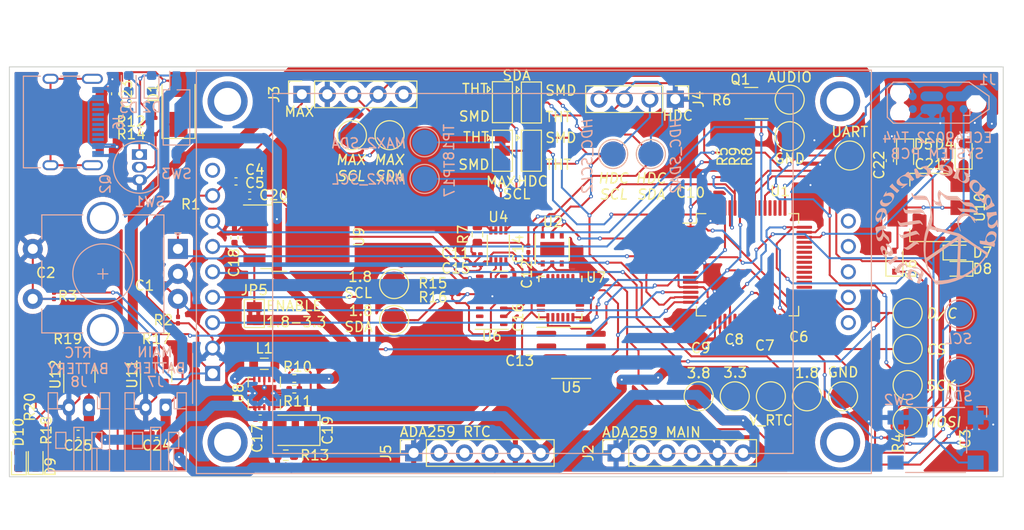
<source format=kicad_pcb>
(kicad_pcb (version 20211014) (generator pcbnew)
  (layers (0 "F.Cu" signal) (31 "B.Cu" signal) (34 "B.Paste" user) (35 "F.Paste" user) (36 "B.SilkS" user "B.Silkscreen") (37 "F.SilkS" user "F.Silkscreen") (38 "B.Mask" user) (39 "F.Mask" user) (44 "Edge.Cuts" user))
  (net 0 "")
  (net 1 "/PA0")
  (net 2 "GND")
  (net 3 "/PA2")
  (net 4 "/NRST")
  (net 5 "+3V3")
  (net 6 "+1V8")
  (net 7 "+3V8")
  (net 8 "Net-(C18-Pad1)")
  (net 9 "+5V")
  (net 10 "Net-(C22-Pad1)")
  (net 11 "+BATT")
  (net 12 "Net-(D1-Pad1)")
  (net 13 "/IN3V8")
  (net 14 "Net-(D3-Pad2)")
  (net 15 "/U5V")
  (net 16 "Net-(D5-Pad2)")
  (net 17 "Net-(D9-Pad1)")
  (net 18 "Net-(D9-Pad2)")
  (net 19 "Net-(D10-Pad1)")
  (net 20 "Net-(D10-Pad2)")
  (net 21 "/SWDIO_IN")
  (net 23 "/SWCLK_IN")
  (net 24 "/V3.3_IN")
  (net 28 "/MAX_SCL")
  (net 29 "/MAX_SDA")
  (net 31 "/HDC_SCL2")
  (net 32 "/HDC_SDA2")
  (net 44 "unconnected-(J6-PadS1)")
  (net 45 "/SCL")
  (net 46 "/MAX_SCL2")
  (net 47 "/SDA")
  (net 48 "/MAX_SDA2")
  (net 49 "/HDC_SCL")
  (net 50 "/HDC_SDA")
  (net 51 "Net-(L1-Pad1)")
  (net 52 "Net-(L1-Pad2)")
  (net 53 "/PA5")
  (net 54 "Net-(Q1-Pad2)")
  (net 55 "/PA1")
  (net 56 "Net-(R5-Pad1)")
  (net 57 "Net-(R7-Pad2)")
  (net 58 "Net-(R10-Pad2)")
  (net 59 "/1V8_SCL")
  (net 60 "/1V8_SDA")
  (net 61 "Net-(R17-Pad2)")
  (net 62 "Net-(R19-Pad2)")
  (net 63 "Net-(D1-Pad2)")
  (net 64 "Net-(TP2-Pad1)")
  (net 65 "/PB14")
  (net 66 "/PB8")
  (net 67 "/PB5")
  (net 68 "/PB3")
  (net 88 "/PB11")
  (footprint "Connector_PinSocket_2.54mm:PinSocket_1x06_P2.54mm_Vertical" (layer "F.Cu") (at 74.793 53.6348 90)
    (fp_text reference "J2")
    (fp_text value "Conn_01x06_Female")
  )
  (footprint "Capacitor_SMD:C_0201_0603Metric" (layer "F.Cu") (at 29.048 36.8958 90)
    (fp_text reference "C1")
    (fp_text value "10n")
  )
  (footprint "Resistor_SMD:R_0201_0603Metric" (layer "F.Cu") (at 18.634 37.9118 90)
    (fp_text reference "R3")
    (fp_text value "150")
  )
  (footprint "Capacitor_SMD:C_0201_0603Metric" (layer "F.Cu") (at 65.7256 45.5318 180)
    (fp_text reference "C13")
    (fp_text value "0.1uF")
  )
  (footprint "Resistor_SMD:R_0201_0603Metric" (layer "F.Cu") (at 16.8052 51.9326 90)
    (fp_text reference "R18")
    (fp_text value "470")
  )
  (footprint "Capacitor_SMD:C_0201_0603Metric" (layer "F.Cu") (at 91.3796 42.0266)
    (fp_text reference "C6")
    (fp_text value "0.1uF")
  )
  (footprint "TestPoint:TestPoint_Pad_D2.5mm" (layer "F.Cu") (at 86.6552 47.9702)
    (fp_text reference "TP31" hide)
    (fp_text value "3V3")
  )
  (footprint "Resistor_SMD:R_0201_0603Metric" (layer "F.Cu") (at 58.725 37.755 180)
    (fp_text reference "R16")
    (fp_text value "150")
  )
  (footprint "Capacitor_SMD:C_0201_0603Metric" (layer "F.Cu") (at 66.0304 33.2382 90)
    (fp_text reference "C14")
    (fp_text value "0.1uF")
  )
  (footprint "TestPoint:TestPoint_Pad_D2.5mm" (layer "F.Cu") (at 93.8688 47.9702)
    (fp_text reference "TP35" hide)
    (fp_text value "1V8")
  )
  (footprint "TestPoint:TestPoint_Pad_D2.5mm" (layer "F.Cu") (at 74.51 23.73)
    (fp_text reference "TP11" hide)
    (fp_text value "HDC_SCL")
  )
  (footprint "LED_SMD:LED_0603_1608Metric" (layer "F.Cu") (at 16.8052 54.2949 90)
    (fp_text reference "D9")
    (fp_text value "LED_Small")
  )
  (footprint "Jumper:SolderJumper-3_P1.3mm_Bridged12_Pad1.0x1.5mm" (layer "F.Cu") (at 66.3352 23.413 -90)
    (fp_text reference "JP3" hide)
    (fp_text value "SolderJumper_3_Bridged12")
  )
  (footprint "TestPoint:TestPoint_Pad_D2.5mm" (layer "F.Cu") (at 83.0484 47.9702)
    (fp_text reference "TP27" hide)
    (fp_text value "3V8")
  )
  (footprint "Diode_SMD:D_SOD-323" (layer "F.Cu") (at 109.5152 23.7386 90)
    (fp_text reference "D4")
    (fp_text value "BAT60JFILM")
  )
  (footprint "Resistor_SMD:R_0201_0603Metric" (layer "F.Cu") (at 31.0292 40.3502 90)
    (fp_text reference "R2")
    (fp_text value "10k")
  )
  (footprint "Jumper:SolderJumper-3_P1.3mm_Bridged12_Pad1.0x1.5mm" (layer "F.Cu") (at 66.3352 18.587 -90)
    (fp_text reference "JP4" hide)
    (fp_text value "SolderJumper_3_Bridged12")
  )
  (footprint "Package_TO_SOT_SMD:SOT-23" (layer "F.Cu") (at 88.3085 18.6434 180)
    (fp_text reference "Q1")
    (fp_text value "MMBT3904")
  )
  (footprint "Package_SO:SOIC-8_3.9x4.9mm_P1.27mm" (layer "F.Cu") (at 70.3118 43.6268)
    (fp_text reference "U5")
    (fp_text value "PCF8523T")
  )
  (footprint "Capacitor_SMD:C_0201_0603Metric" (layer "F.Cu") (at 84.42 27.5994 180)
    (fp_text reference "C10")
    (fp_text value "0.1uF")
  )
  (footprint "TestPoint:TestPoint_Pad_D2.5mm" (layer "F.Cu") (at 103.9272 50.4594)
    (fp_text reference "TP7" hide)
    (fp_text value "MOSI")
  )
  (footprint "Resistor_SMD:R_0201_0603Metric" (layer "F.Cu") (at 28.474 21.7574 180)
    (fp_text reference "R14")
    (fp_text value "1k")
  )
  (footprint "Capacitor_SMD:C_0201_0603Metric" (layer "F.Cu") (at 66.08 37.945 -90)
    (fp_text reference "C12")
    (fp_text value "0.1uF")
  )
  (footprint "TestPoint:TestPoint_Pad_D2.5mm" (layer "F.Cu") (at 98.136 23.891)
    (fp_text reference "TP2" hide)
    (fp_text value "UART_TX")
  )
  (footprint "Jumper:SolderJumper-2_P1.3mm_Bridged2Bar_Pad1.0x1.5mm" (layer "F.Cu") (at 38.6492 39.6898 -90)
    (fp_text reference "JP5")
    (fp_text value "SolderJumper_2_Bridged")
  )
  (footprint "Capacitor_SMD:C_0201_0603Metric" (layer "F.Cu") (at 84.928 42.2806)
    (fp_text reference "C8")
    (fp_text value "0.1uF")
  )
  (footprint "Resistor_SMD:R_0201_0603Metric" (layer "F.Cu") (at 20.5644 43.2458 180)
    (fp_text reference "R19")
    (fp_text value "10k")
  )
  (footprint "TestPoint:TestPoint_Pad_D2.5mm" (layer "F.Cu") (at 52.6192 40.3502)
    (fp_text reference "TP22" hide)
    (fp_text value "1V8_SDA")
  )
  (footprint "Package_TO_SOT_SMD:SOT-23-5" (layer "F.Cu") (at 21.174 45.7858 90)
    (fp_text reference "U12")
    (fp_text value "MCP73831-2-OT")
  )
  (footprint "Package_QFP:LQFP-64_10x10mm_P0.5mm" (layer "F.Cu") (at 87.9252 34.813)
    (fp_text reference "U1")
    (fp_text value "STM32F091RCTx")
  )
  (footprint "Capacitor_SMD:C_0201_0603Metric" (layer "F.Cu") (at 84.928 43.1442)
    (fp_text reference "C9")
    (fp_text value "0.1uF")
  )
  (footprint "Capacitor_SMD:C_0402_1005Metric" (layer "F.Cu") (at 28.8956 51.7294 180)
    (fp_text reference "C24")
    (fp_text value "10uF")
  )
  (footprint "TestPoint:TestPoint_Pad_D2.5mm" (layer "F.Cu") (at 103.9272 46.8526)
    (fp_text reference "TP8" hide)
    (fp_text value "SCK_SPI")
  )
  (footprint "Sensor_Motion:InvenSense_QFN-24_4x4mm_P0.5mm" (layer "F.Cu") (at 69.2308 38.115 -90)
    (fp_text reference "U7")
    (fp_text value "MPU-6050")
  )
  (footprint "LED_SMD:LED_0603_1608Metric" (layer "F.Cu") (at 108.9564 35.2194 180)
    (fp_text reference "D8")
    (fp_text value "LED_Small")
  )
  (footprint "Diode_SMD:D_SOD-323" (layer "F.Cu") (at 103.6732 23.7386 -90)
    (fp_text reference "D5")
    (fp_text value "BAT60JFILM")
  )
  (footprint "Resistor_SMD:R_0201_0603Metric" (layer "F.Cu") (at 15.14 49.03 -90)
    (fp_text reference "R20")
    (fp_text value "470")
  )
  (footprint "Capacitor_SMD:C_0402_1005Metric" (layer "F.Cu") (at 21.0496 51.7294 180)
    (fp_text reference "C25")
    (fp_text value "10uF")
  )
  (footprint "Inductor_SMD:L_0805_2012Metric" (layer "F.Cu") (at 39.65 44.719)
    (fp_text reference "L1")
    (fp_text value "1.5uH")
  )
  (footprint "Package_TO_SOT_SMD:TO-252-2" (layer "F.Cu") (at 42.8656 32.019)
    (fp_text reference "U9")
    (fp_text value "LM1117-1.8")
  )
  (footprint "Resistor_SMD:R_0201_0603Metric" (layer "F.Cu") (at 28.4278 20.1318 180)
    (fp_text reference "R12")
    (fp_text value "680")
  )
  (footprint "Package_SO:VSSOP-8_2.3x2mm_P0.5mm" (layer "F.Cu") (at 63.0332 32.9334 90)
    (fp_text reference "U4")
    (fp_text value "PCA9306DC")
  )
  (footprint "Capacitor_SMD:C_0201_0603Metric" (layer "F.Cu") (at 64.7604 37.9626 -90)
    (fp_text reference "C16")
    (fp_text value "0.1uF")
  )
  (footprint "Capacitor_SMD:C_0402_1005Metric" (layer "F.Cu") (at 39.2436 50.2054 180)
    (fp_text reference "C17")
    (fp_text value "10uF")
  )
  (footprint "Connector_PinSocket_2.54mm:PinSocket_1x06_P2.54mm_Vertical" (layer "F.Cu") (at 54.5746 53.6348 90)
    (fp_text reference "J5")
    (fp_text value "Conn_01x06_Female")
  )
  (footprint "Resistor_SMD:R_0603_1608Metric" (layer "F.Cu") (at 41.7958 53.863 180)
    (fp_text reference "R13")
    (fp_text value "3.3")
  )
  (footprint "TestPoint:TestPoint_Pad_D2.5mm" (layer "F.Cu") (at 92.1416 18.303)
    (fp_text reference "TP1" hide)
    (fp_text value "Audio_Out")
  )
  (footprint "Capacitor_SMD:C_0201_0603Metric" (layer "F.Cu") (at 110.7344 52.2268 90)
    (fp_text reference "C3")
    (fp_text value "0.1uF")
  )
  (footprint "LED_SMD:LED_0603_1608Metric" (layer "F.Cu") (at 15.1288 54.3202 90)
    (fp_text reference "D10")
    (fp_text value "LED_Small")
  )
  (footprint "TestPoint:TestPoint_Pad_D2.5mm" (layer "F.Cu") (at 97.4756 47.9702)
    (fp_text reference "TP32" hide)
    (fp_text value "GND")
  )
  (footprint "TestPoint:TestPoint_Pad_D2.5mm" (layer "F.Cu") (at 103.9272 39.639)
    (fp_text reference "TP5" hide)
    (fp_text value "D/C")
  )
  (footprint "OptoDevice:Maxim_OLGA-14_3.3x5.6mm_P0.8mm" (layer "F.Cu") (at 62.3728 38.369)
    (fp_text reference "U6")
    (fp_text value "MAX30102")
  )
  (footprint "TestPoint:TestPoint_Pad_D2.5mm" (layer "F.Cu") (at 92.1416 21.9606)
    (fp_text reference "TP34" hide)
    (fp_text value "GND")
  )
  (footprint "Package_SON:Texas_DRC0010J_ThermalVias" (layer "F.Cu") (at 39.65 47.6654 -90)
    (fp_text reference "U8")
    (fp_text value "TPS63000-Q1")
  )
  (footprint "TestPoint:TestPoint_Pad_D2.5mm" (layer "F.Cu") (at 103.9272 43.2458)
    (fp_text reference "TP6" hide)
    (fp_text value "CS")
  )
  (footprint "LED_SMD:LED_0603_1608Metric" (layer "F.Cu") (at 108.9564 33.5938)
    (fp_text reference "D7")
    (fp_text value "LED_Small")
  )
  (footprint "Resistor_SMD:R_0201_0603Metric" (layer "F.Cu") (at 85.4974 17.287 180)
    (fp_text reference "R6")
    (fp_text value "15k")
  )
  (footprint "Capacitor_SMD:C_0402_1005Metric" (layer "F.Cu") (at 38.192 27.9042 180)
    (fp_text reference "C20")
    (fp_text value "10uF")
  )
  (footprint "Package_SON:Texas_PWSON-N6" (layer "F.Cu") (at 68.418 33.289 90)
    (fp_text reference "U2")
    (fp_text value "HDC1080")
  )
  (footprint "TestPoint:TestPoint_Pad_D2.5mm" (layer "F.Cu") (at 90.262 47.9702)
    (fp_text reference "TP25" hide)
    (fp_text value "BATT")
  )
  (footprint "Resistor_SMD:R_0201_0603Metric" (layer "F.Cu") (at 58.72 36.815)
    (fp_text reference "R15")
    (fp_text value "150")
  )
  (footprint "TestPoint:TestPoint_Pad_D2.5mm" (layer "F.Cu") (at 52.6192 36.7434)
    (fp_text reference "TP21" hide)
    (fp_text value "1V8_SCL")
  )
  (footprint "TestPoint:TestPoint_Pad_D2.5mm" (layer "F.Cu") (at 52.162 21.859)
    (fp_text reference "TP16" hide)
    (fp_text value "MAX_SDA")
  )
  (footprint "TestPoint:TestPoint_Pad_D2.5mm" (layer "F.Cu") (at 48.4028 21.859)
    (fp_text reference "TP15" hide)
    (fp_text value "MAX_SCL")
  )
  (footprint "Resistor_SMD:R_0201_0603Metric" (layer "F.Cu") (at 87.8744 25.7198 -90)
    (fp_text reference "R8")
    (fp_text value "150")
  )
  (footprint "Diode_SMD:D_SOD-323" (layer "F.Cu") (at 102.6064 34.4574 90)
    (fp_text reference "D6")
    (fp_text value "BAT60JFILM")
  )
  (footprint "Package_TO_SOT_SMD:SOT-223-3_TabPin2" (layer "F.Cu") (at 106.0604 29.0866 180)
    (fp_text reference "U10")
    (fp_text value "LD1117S33TR_SOT223")
  )
  (footprint "Resistor_SMD:R_0603_1608Metric" (layer "F.Cu") (at 60.94 31.79 90)
    (fp_text reference "R7")
    (fp_text value "220k")
  )
  (footprint "Resistor_SMD:R_0201_0603Metric" (layer "F.Cu") (at 28.286 43.195 180)
    (fp_text reference "R17")
    (fp_text value "2.2k")
  )
  (footprint "Jumper:SolderJumper-3_P1.3mm_Bridged12_Pad1.0x1.5mm" (layer "F.Cu") (at 63.4396 23.413 -90)
    (fp_text reference "JP1" hide)
    (fp_text value "SolderJumper_3_Bridged12")
  )
  (footprint "Resistor_SMD:R_0402_1005Metric" (layer "F.Cu") (at 42.6472 47.259 180)
    (fp_text reference "R11")
    (fp_text value "178k")
  )
  (footprint "Resistor_SMD:R_0201_0603Metric" (layer "F.Cu") (at 31.0292 28.808 90)
    (fp_text reference "R1")
    (fp_text value "10k")
  )
  (footprint "Jumper:SolderJumper-3_P1.3mm_Bridged12_Pad1.0x1.5mm" (layer "F.Cu") (at 63.4396 18.557 -90)
    (fp_text reference "JP2" hide)
    (fp_text value "SolderJumper_3_Bridged12")
  )
  (footprint "Capacitor_SMD:C_0201_0603Metric" (layer "F.Cu") (at 37.0236 25.4658 180)
    (fp_text reference "C4")
    (fp_text value "0.1uF")
  )
  (footprint "Resistor_SMD:R_0201_0603Metric" (layer "F.Cu") (at 85.436 25.7304 90)
    (fp_text reference "R5")
    (fp_text value "100k")
  )
  (footprint "Capacitor_SMD:C_0201_0603Metric" (layer "F.Cu") (at 91.3796 42.8902)
    (fp_text reference "C7")
    (fp_text value "0.1uF")
  )
  (footprint "Package_TO_SOT_SMD:SOT-23-5" (layer "F.Cu") (at 28.8448 45.735 90)
    (fp_text reference "U11")
    (fp_text value "MCP73831-2-OT")
  )
  (footprint "Capacitor_SMD:C_0402_1005Metric" (layer "F.Cu") (at 24.7498 17.7214 90)
    (fp_text reference "C23")
    (fp_text value "10uF")
  )
  (footprint "Resistor_SMD:R_0201_0603Metric" (layer "F.Cu") (at 102.01 52.425 -90)
    (fp_text reference "R4")
    (fp_text value "100k")
  )
  (footprint "Capacitor_SMD:C_0201_0603Metric" (layer "F.Cu") (at 60.92 33.755 180)
    (fp_text reference "C11")
    (fp_text value "0.1uF")
  )
  (footprint "Capacitor_SMD:C_0402_1005Metric" (layer "F.Cu") (at 107.9912 24.399 90)
    (fp_text reference "C21")
    (fp_text value "22uF")
  )
  (footprint "TestPoint:TestPoint_Pad_D2.5mm" (layer "F.Cu") (at 78.27 23.74)
    (fp_text reference "TP12" hide)
    (fp_text value "HDC_SDA")
  )
  (footprint "Capacitor_SMD:C_0402_1005Metric" (layer "F.Cu") (at 36.668 32.1206 90)
    (fp_text reference "C18")
    (fp_text value "10uF")
  )
  (footprint "Capacitor_Tantalum_SMD:CP_EIA-3528-21_Kemet-B" (layer "F.Cu") (at 42.7488 51.3738 180)
    (fp_text reference "C19")
    (fp_text value "33uF")
  )
  (footprint "Resistor_SMD:R_0201_0603Metric" (layer "F.Cu") (at 86.6552 25.7198 90)
    (fp_text reference "R9")
    (fp_text value "150")
  )
  (footprint "Capacitor_SMD:C_0201_0603Metric" (layer "F.Cu") (at 60.961 34.8638)
    (fp_text reference "C15")
    (fp_text value "0.1uF")
  )
  (footprint "Resistor_SMD:R_0402_1005Metric" (layer "F.Cu") (at 42.6472 46.1922)
    (fp_text reference "R10")
    (fp_text value "1M")
  )
  (footprint "Capacitor_SMD:C_0201_0603Metric" (layer "F.Cu") (at 16.5004 35.6152 90)
    (fp_text reference "C2")
    (fp_text value "10n")
  )
  (footprint "Diode_SMD:D_SMA" (layer "F.Cu") (at 31.08 18.779 90)
    (fp_text reference "D1")
    (fp_text value "1N4007")
  )
  (footprint "Capacitor_SMD:C_0402_1005Metric" (layer "F.Cu") (at 102.1492 24.399 90)
    (fp_text reference "C22")
    (fp_text value "22uF")
  )
  (footprint "Connector_PinHeader_2.54mm:PinHeader_1x04_P2.54mm_Vertical" (layer "F.Cu") (at 80.7116 18.2522 -90)
    (fp_text reference "J4")
    (fp_text value "Conn_01x04_Female")
  )
  (footprint "Capacitor_SMD:C_0402_1005Metric" (layer "F.Cu") (at 36.8204 26.4818)
    (fp_text reference "C5")
    (fp_text value "10uF")
  )
  (footprint "Connector_PinSocket_2.54mm:PinSocket_1x05_P2.54mm_Vertical" (layer "F.Cu") (at 43.4036 17.77 90)
    (fp_text reference "J3")
    (fp_text value "Conn_01x05_Female")
  )
  (footprint "TestPoint:TestPoint_Pad_D2.5mm" (layer "B.Cu") (at 55.6672 22.5702)
    (fp_text reference "TP18")
    (fp_text value "MAX_SDA2")
  )
  (footprint "LED_SMD:LED_0603_1608Metric" (layer "B.Cu") (at 28.3876 16.6774 90)
    (fp_text reference "D2")
    (fp_text value "LED_Small")
  )
  (footprint "Rotary_Encoder:RotaryEncoder_Alps_EC11E-Switch_Vertical_H20mm_CircularMountingHoles" (layer "B.Cu") (at 31.01779 33.2274 180)
    (fp_text reference "SW1")
    (fp_text value "RotaryEncoder_Switch")
  )
  (footprint "TestPoint:TestPoint_Pad_D2.5mm" (layer "B.Cu") (at 78.27 23.74 180)
    (fp_text reference "TP14" hide)
    (fp_text value "HDC_SDA2")
  )
  (footprint "TestPoint:TestPoint_Pad_D2.5mm" (layer "B.Cu") (at 109.0072 45.481 180)
    (fp_text reference "TP20" hide)
    (fp_text value "SDA")
  )
  (footprint "Connector:Tag-Connect_TC2050-IDC-NL_2x05_P1.27mm_Vertical" (layer "B.Cu") (at 106.97819 18.6078 180)
    (fp_text reference "J1")
    (fp_text value "Conn_02x05_Odd_Even")
  )
  (footprint "Button_Switch_SMD:SW_DIP_SPSTx01_Slide_Copal_CHS-01B_W7.62mm_P1.27mm" (layer "B.Cu") (at 30.8768 20.081 -90)
    (fp_text reference "SW3")
    (fp_text value "SW_SPST")
  )
  (footprint "TestPoint:TestPoint_Pad_D2.5mm" (layer "B.Cu") (at 109.1088 39.7406 180)
    (fp_text reference "TP19" hide)
    (fp_text value "SCL")
  )
  (footprint "Connector_JST:JST_PH_S2B-PH-K_1x02_P2.00mm_Horizontal" (layer "B.Cu") (at 22.1232 49.0762 180)
    (fp_text reference "J8")
    (fp_text value "Conn_01x02")
  )
  (footprint "Package_TO_SOT_THT:TO-92_Inline" (layer "B.Cu") (at 27.1728 23.7894 -90)
    (fp_text reference "Q2")
    (fp_text value "BC547")
  )
  (footprint "TestPoint:TestPoint_Pad_D2.5mm" (layer "B.Cu") (at 55.6672 26.2278)
    (fp_text reference "TP17")
    (fp_text value "MAX_SCL2")
  )
  (footprint "Display:CR2013-MI2120" (layer "B.Cu") (at 34.4836 45.6842)
    (fp_text reference "U3" hide)
    (fp_text value "CR2013-MI2120")
  )
  (footprint "LED_SMD:LED_0603_1608Metric" (layer "B.Cu") (at 26.1016 16.6774 90)
    (fp_text reference "D3")
    (fp_text value "LED_Small")
  )
  (footprint "Connector_USB:USB_C_Receptacle_XKB_U262-16XN-4BVC11" (layer "B.Cu") (at 19.365 20.5382 90)
    (fp_text reference "J6")
    (fp_text value "USB_C_Receptacle_USB2.0")
  )
  (footprint "LOGO" (layer "B.Cu") (at 106.84 30.8 180)
    (fp_text reference "G***" hide)
    (fp_text value "LOGO" hide)
  )
  (footprint "TestPoint:TestPoint_Pad_D2.5mm" (layer "B.Cu") (at 74.5 23.74 180)
    (fp_text reference "TP13" hide)
    (fp_text value "HDC_SCL2")
  )
  (footprint "Connector_JST:JST_PH_S2B-PH-K_1x02_P2.00mm_Horizontal" (layer "B.Cu") (at 29.794 49.0762 180)
    (fp_text reference "J7")
    (fp_text value "Conn_01x02")
  )
  (footprint "Button_Switch_SMD:SW_SPST_Omron_B3FS-101xP" (layer "B.Cu") (at 106.7212 52.339 180)
    (fp_text reference "SW2")
    (fp_text value "Reset")
  )
  (gr_rect (start 14.18 56.015) (end 113.48 15.025) (layer "Edge.Cuts") (width 0.1) (fill none))
  (gr_text "SCL" (at 109.058 42.2298) (layer "B.SilkS") (effects (font (size 1 1) (thickness 0.15) italic) (justify mirror)))
  (gr_text "SDA" (at 109.058 47.9702) (layer "B.SilkS") (effects (font (size 1 1) (thickness 0.15) italic) (justify mirror)))
  (gr_text "HDC_SCL2" (at 71.9232 23.891 90) (layer "B.SilkS") (effects (font (size 1 1) (thickness 0.15) italic) (justify mirror)))
  (gr_text "MAX2_SCL" (at 50.13 26.2786) (layer "B.SilkS") (effects (font (size 1 1) (thickness 0.15) italic) (justify mirror)))
  (gr_text "MAIN\nBATTERY" (at 28.71 44.36) (layer "B.SilkS") (effects (font (size 1 1)) (justify mirror)))
  (gr_text "HDC_SDA2" (at 80.7624 23.8402 90) (layer "B.SilkS") (effects (font (size 1 1) (thickness 0.15) italic) (justify mirror)))
  (gr_text "MAX2_SDA" (at 50.13 22.6718) (layer "B.SilkS") (effects (font (size 1 1) (thickness 0.15) italic) (justify mirror)))
  (gr_text "ECE49022 T44\nSYSTEM PCB" (at 106.89 22.91) (layer "B.SilkS") (effects (font (size 1 1)) (justify mirror)))
  (gr_text "RTC\nBATTERY" (at 21.05 44.42) (layer "B.SilkS") (effects (font (size 1 1)) (justify mirror)))
  (gr_text "GND" (at 92.1416 24.1958) (layer "F.SilkS") (effects (font (size 1 1))))
  (gr_text "3.3" (at 86.706 45.6) (layer "F.SilkS") (effects (font (size 1 1))))
  (gr_text "SMD" (at 60.6456 19.9794) (layer "F.SilkS") (effects (font (size 1 1))))
  (gr_text "D/C" (at 107.3308 39.6898) (layer "F.SilkS") (effects (font (size 1 1) (thickness 0.15) italic)))
  (gr_text "1.8\nSCL" (at 50.51 36.83) (layer "F.SilkS") (effects (font (size 1 1)) (justify right)))
  (gr_text "THT" (at 60.6964 17.2362) (layer "F.SilkS") (effects (font (size 1 1))))
  (gr_text "MAX\nSDA" (at 52.13 25.13) (layer "F.SilkS") (effects (font (size 1 1) (thickness 0.15) italic)))
  (gr_text "THT" (at 60.798 22.0622) (layer "F.SilkS") (effects (font (size 1 1))))
  (gr_text "ADA259 MAIN" (at 78.33 51.57) (layer "F.SilkS") (effects (font (size 1 1))))
  (gr_text "GND" (at 97.48 45.56) (layer "F.SilkS") (effects (font (size 1 1))))
  (gr_text "SDA" (at 64.86 15.88) (layer "F.SilkS") (effects (font (size 1 1))))
  (gr_text "SMD" (at 69.2816 17.3886) (layer "F.SilkS") (effects (font (size 1 1))))
  (gr_text "THT" (at 69.0276 24.8054) (layer "F.SilkS") (effects (font (size 1 1))))
  (gr_text "SMD" (at 69.2816 22.113) (layer "F.SilkS") (effects (font (size 1 1))))
  (gr_text "HDC\nSCL" (at 74.53 26.98) (layer "F.SilkS") (effects (font (size 1 1) (thickness 0.15) italic)))
  (gr_text "3.8" (at 83.05 45.65) (layer "F.SilkS") (effects (font (size 1 1))))
  (gr_text "ENABLE\n1.8-3.3" (at 39.74 39.74) (layer "F.SilkS") (effects (font (size 1 1)) (justify left)))
  (gr_text "UART" (at 98.15 21.53) (layer "F.SilkS") (effects (font (size 1 1))))
  (gr_text "HDC" (at 66.44 26.47) (layer "F.SilkS") (effects (font (size 1 1))))
  (gr_text "SCK" (at 107.2292 46.9034) (layer "F.SilkS") (effects (font (size 1 1) (thickness 0.15) italic)))
  (gr_text "ADA259 RTC" (at 57.74 51.52) (layer "F.SilkS") (effects (font (size 1 1))))
  (gr_text "MAX" (at 63.29 26.51) (layer "F.SilkS") (effects (font (size 1 1))))
  (gr_text "AUDIO" (at 92.1416 16.0678) (layer "F.SilkS") (effects (font (size 1 1))))
  (gr_text "V_RTC" (at 90.27 50.38) (layer "F.SilkS") (effects (font (size 1 1))))
  (gr_text "MAX\nSCL" (at 48.3 25.14) (layer "F.SilkS") (effects (font (size 1 1) (thickness 0.15) italic)))
  (gr_text "HDC\nSDA" (at 78.28 26.98) (layer "F.SilkS") (effects (font (size 1 1) (thickness 0.15) italic)))
  (gr_text "HDC" (at 80.95 19.9) (layer "F.SilkS") (effects (font (size 1 1))))
  (gr_text "1.8" (at 93.87 45.62) (layer "F.SilkS") (effects (font (size 1 1))))
  (gr_text "THT" (at 69.0276 20.0302) (layer "F.SilkS") (effects (font (size 1 1))))
  (gr_text "SMD" (at 60.5948 24.8054) (layer "F.SilkS") (effects (font (size 1 1))))
  (gr_text "CS" (at 106.772 43.2966) (layer "F.SilkS") (effects (font (size 1 1) (thickness 0.15) italic)))
  (gr_text "1.8\nSDA" (at 50.57 40.22) (layer "F.SilkS") (effects (font (size 1 1)) (justify right)))
  (gr_text "MOSI" (at 107.4324 50.561) (layer "F.SilkS") (effects (font (size 1 1) (thickness 0.15) italic)))
  (gr_text "SCL" (at 64.86 27.75) (layer "F.SilkS") (effects (font (size 1 1))))
  (gr_text "MAX" (at 43.15 19.51) (layer "F.SilkS") (effects (font (size 1 1))))
  (segment (start 30.00619 37.2158) (end 31.01779 38.2274) (width 0.2) (layer "F.Cu") (net 1))
  (segment (start 29.048 37.2158) (end 30.00619 37.2158) (width 0.2) (layer "F.Cu") (net 1))
  (segment (start 31.01779 38.2274) (end 31.01779 40.01879) (width 0.2) (layer "F.Cu") (net 1))
  (segment (start 82.2502 37.563) (end 82.2482 37.565) (width 0.2) (layer "F.Cu") (net 1))
  (segment (start 31.01779 40.01879) (end 31.0292 40.0302) (width 0.2) (layer "F.Cu") (net 1))
  (segment (start 82.2482 37.565) (end 79.448741 37.565) (width 0.2) (layer "F.Cu") (net 1))
  (segment (start 79.448741 37.565) (end 79.452359 37.568618) (width 0.2) (layer "F.Cu") (net 1))
  (via (at 79.452359 37.568618) (size 0.4) (drill 0.2) (layers "F.Cu" "B.Cu") (net 1))
  (segment (start 77.04 39.365) (end 78.84 37.565) (width 0.2) (layer "B.Cu") (net 1))
  (segment (start 79.448741 37.565) (end 79.452359 37.568618) (width 0.2) (layer "B.Cu") (net 1))
  (segment (start 78.84 37.565) (end 79.448741 37.565) (width 0.2) (layer "B.Cu") (net 1))
  (segment (start 32.15539 39.365) (end 77.04 39.365) (width 0.2) (layer "B.Cu") (net 1))
  (segment (start 31.01779 38.2274) (end 32.15539 39.365) (width 0.2) (layer "B.Cu") (net 1))
  (segment (start 84.67168 39.384054) (end 84.67168 39.685) (width 0.2) (layer "F.Cu") (net 2))
  (segment (start 20.1232 49.0762) (end 20.3288 49.0762) (width 0.2) (layer "F.Cu") (net 2))
  (segment (start 94.712 31.563) (end 93.6002 31.563) (width 0.2) (layer "F.Cu") (net 2))
  (segment (start 28.606 46.6337) (end 28.8448 46.8725) (width 0.2) (layer "F.Cu") (net 2))
  (segment (start 103.0736 22.6886) (end 102.35 21.965) (width 0.2) (layer "F.Cu") (net 2))
  (segment (start 84.6752 40.488) (end 84.6752 42.2134) (width 0.2) (layer "F.Cu") (net 2))
  (segment (start 32.371301 37.080911) (end 31.01779 35.7274) (width 0.2) (layer "F.Cu") (net 2))
  (segment (start 35.588 29.205) (end 37.3004 27.4926) (width 0.2) (layer "F.Cu") (net 2))
  (segment (start 32.81 33.93519) (end 31.01779 35.7274) (width 0.2) (layer "F.Cu") (net 2))
  (segment (start 84.608 42.2806) (end 84.608 43.1442) (width 0.2) (layer "F.Cu") (net 2))
  (segment (start 66.0304 33.5582) (end 66.0304 35.0254) (width 0.2) (layer "F.Cu") (net 2))
  (segment (start 112.48 50.795) (end 111.3682 51.9068) (width 0.2) (layer "F.Cu") (net 2))
  (segment (start 21.174 48.231) (end 21.174 46.9233) (width 0.2) (layer "F.Cu") (net 2))
  (segment (start 83.982626 38.695) (end 84.67168 39.384054) (width 0.2) (layer "F.Cu") (net 2))
  (segment (start 59.54 36.145) (end 58.68 35.285) (width 0.2) (layer "F.Cu") (net 2))
  (segment (start 85.499546 16.73348) (end 86.135254 16.73348) (width 0.2) (layer "F.Cu") (net 2))
  (segment (start 64.544 37.569) (end 64.544 35.251) (width 0.2) (layer "F.Cu") (net 2))
  (segment (start 99.9804 50.475) (end 100.04 50.475) (width 0.2) (layer "F.Cu") (net 2))
  (segment (start 67.864489 35.342511) (end 68.418 34.789) (width 0.2) (layer "F.Cu") (net 2))
  (segment (start 91.0596 42.0266) (end 91.0596 41.5254) (width 0.2) (layer "F.Cu") (net 2))
  (segment (start 27.794 49.0762) (end 27.8388 49.0762) (width 0.2) (layer "F.Cu") (net 2))
  (segment (start 61.24 33.986374) (end 61.24 33.755) (width 0.2) (layer "F.Cu") (net 2))
  (segment (start 28.154 22.651) (end 28.14 22.665) (width 0.2) (layer "F.Cu") (net 2))
  (segment (start 92.805797 20.560797) (end 94.265 22.02) (width 0.2) (layer "F.Cu") (net 2))
  (segment (start 94.203613 26.861387) (end 94.22 26.845) (width 0.2) (layer "F.Cu") (net 2))
  (segment (start 107.19 20.655) (end 109.555 20.655) (width 0.2) (layer "F.Cu") (net 2))
  (segment (start 92.805797 16.699489) (end 93.745111 17.638803) (width 0.2) (layer "F.Cu") (net 2))
  (segment (start 66.132 37.023) (end 66.132 37.6274) (width 0.2) (layer "F.Cu") (net 2))
  (segment (start 63.5728 37.569) (end 64.544 37.569) (width 0.2) (layer "F.Cu") (net 2))
  (segment (start 39.65 46.2654) (end 39.65 47.0904) (width 0.2) (layer "F.Cu") (net 2))
  (segment (start 40.15 49.779) (end 39.7236 50.2054) (width 0.2) (layer "F.Cu") (net 2))
  (segment (start 62.836 37.569) (end 63.5728 37.569) (width 0.2) (layer "F.Cu") (net 2))
  (segment (start 64.544 35.251) (end 64.5474 35.2476) (width 0.2) (layer "F.Cu") (net 2))
  (segment (start 41.7308 47.6654) (end 42.1372 47.259) (width 0.2) (layer "F.Cu") (net 2))
  (segment (start 58.91 33.155) (end 60.37 34.615) (width 0.2) (layer "F.Cu") (net 2))
  (segment (start 84.6752 27.6642) (end 84.74 27.5994) (width 0.2) (layer "F.Cu") (net 2))
  (segment (start 34.5772 29.205) (end 35.588 29.205) (width 0.2) (layer "F.Cu") (net 2))
  (segment (start 58.68 35.285) (end 58.68 35.015) (width 0.2) (layer "F.Cu") (net 2))
  (segment (start 20.3288 49.0762) (end 21.174 48.231) (width 0.2) (layer "F.Cu") (net 2))
  (segment (start 34.4836 43.1442) (end 34.4836 42.164801) (width 0.2) (layer "F.Cu") (net 2))
  (segment (start 102.1492 22.1658) (end 102.35 21.965) (width 0.2) (layer "F.Cu") (net 2))
  (segment (start 68.814489 35.342511) (end 68.418 34.946022) (width 0.2) (layer "F.Cu") (net 2))
  (segment (start 62.036 38.369) (end 62.43752 37.96748) (width 0.2) (layer "F.Cu") (net 2))
  (segment (start 103.6732 22.6886) (end 103.0736 22.6886) (width 0.2) (layer "F.Cu") (net 2))
  (segment (start 40.6 47.6654) (end 41.7308 47.6654) (width 0.2) (layer "F.Cu") (net 2))
  (segment (start 93.745111 18.967197) (end 92.805797 19.906511) (width 0.2) (layer "F.Cu") (net 2))
  (segment (start 55.78 30.485) (end 55.82 30.445) (width 0.2) (layer "F.Cu") (net 2))
  (segment (start 34.5772 29.205) (end 33.61 29.205) (width 0.2) (layer "F.Cu") (net 2))
  (segment (start 37.3004 27.4926) (end 37.712 27.9042) (width 0.2) (layer "F.Cu") (net 2))
  (segment (start 109.555 20.655) (end 110.61 20.655) (width 0.2) (layer "F.Cu") (net 2))
  (segment (start 86.135254 16.73348) (end 86.136774 16.735) (width 0.2) (layer "F.Cu") (net 2))
  (segment (start 60.37 34.615) (end 60.6188 34.8638) (width 0.2) (layer "F.Cu") (net 2))
  (segment (start 83.74 38.695) (end 83.982626 38.695) (width 0.2) (layer "F.Cu") (net 2))
  (segment (start 72.28 36.094989) (end 71.527522 35.342511) (width 0.2) (layer "F.Cu") (net 2))
  (segment (start 93.745111 17.638803) (end 93.745111 18.967197) (width 0.2) (layer "F.Cu") (net 2))
  (segment (start 95.18 24.805) (end 93.61 24.805) (width 0.2) (layer "F.Cu") (net 2))
  (segment (start 60.305069 34.550069) (end 60.37 34.615) (width 0.2) (layer "F.Cu") (net 2))
  (segment (start 70.4808 40.065) (end 71.74 40.065) (width 0.2) (layer "F.Cu") (net 2))
  (segment (start 94.2056 21.9606) (end 92.1416 21.9606) (width 0.2) (layer "F.Cu") (net 2))
  (segment (start 24.7498 17.2414) (end 24.7498 16.5448) (width 0.2) (layer "F.Cu") (net 2))
  (segment (start 95.23 31.045) (end 94.712 31.563) (width 0.2) (layer "F.Cu") (net 2))
  (segment (start 86.5252 42.8902) (end 86.5 42.865) (width 0.2) (layer "F.Cu") (net 2))
  (segment (start 67.48 35.525) (end 67.48 35.505) (width 0.2) (layer "F.Cu") (net 2))
  (segment (start 108.1689 33.5938) (end 108.1689 33.6444) (width 0.2) (layer "F.Cu") (net 2))
  (segment (start 36.668 31.6406) (end 36.764 31.6406) (width 0.2) (layer "F.Cu") (net 2))
  (segment (start 94.203613 29.548613) (end 95.23 30.575) (width 0.2) (layer "F.Cu") (net 2))
  (segment (start 102.1492 23.919) (end 102.1492 22.1658) (width 0.2) (layer "F.Cu") (net 2))
  (segment (start 68.418 34.946022) (end 68.418 34.689) (width 0.2) (layer "F.Cu") (net 2))
  (segment (start 60.6188 34.8638) (end 60.641 34.8638) (width 0.2) (layer "F.Cu") (net 2))
  (segment (start 91.0596 42.8902) (end 86.5252 42.8902) (width 0.2) (layer "F.Cu") (net 2))
  (segment (start 37.3004 26.4818) (end 37.3004 27.4926) (width 0.2) (layer "F.Cu") (net 2))
  (segment (start 66.91 36.095) (end 67.48 35.525) (width 0.2) (layer "F.Cu") (net 2))
  (segment (start 63.7832 34.4834) (end 64.5474 35.2476) (width 0.2) (layer "F.Cu") (net 2))
  (segment (start 95.23 30.575) (end 95.23 31.045) (width 0.2) (layer "F.Cu") (net 2))
  (segment (start 32.371301 40.052502) (end 32.371301 37.080911) (width 0.2) (layer "F.Cu") (net 2))
  (segment (start 28.606 43.195) (end 28.606 46.6337) (width 0.2) (layer "F.Cu") (net 2))
  (segment (start 91.0596 42.0266) (end 91.0596 42.8902) (width 0.2) (layer "F.Cu") (net 2))
  (segment (start 67.48 35.505) (end 67.642489 35.342511) (width 0.2) (layer "F.Cu") (net 2))
  (segment (start 71.527522 35.342511) (end 68.814489 35.342511) (width 0.2) (layer "F.Cu") (net 2))
  (segment (start 107.9912 23.919) (end 107.9912 22.2188) (width 0.2) (layer "F.Cu") (net 2))
  (segment (start 40.15 48.1154) (end 40.6 47.6654) (width 0.2) (layer "F.Cu") (net 2))
  (segment (start 107.9912 22.2188) (end 109.555 20.655) (width 0.2) (layer "F.Cu") (net 2))
  (segment (start 91.0596 41.5254) (end 91.17168 41.41332) (width 0.2) (layer "F.Cu") (net 2))
  (segment (start 71.74 40.065) (end 72.28 39.525) (width 0.2) (layer "F.Cu") (net 2))
  (segment (start 60.641 34.8638) (end 60.641 34.585374) (width 0.2) (layer "F.Cu") (net 2))
  (segment (start 64.6868 37.569) (end 64.7604 37.6426) (width 0.2) (layer "F.Cu") (net 2))
  (segment (start 34.4836 42.164801) (end 32.371301 40.052502) (width 0.2) (layer "F.Cu") (net 2))
  (segment (start 40.15 49.0654) (end 40.15 48.1154) (width 0.2) (layer "F.Cu") (net 2))
  (segment (start 94.203613 29.548613) (end 94.203613 26.861387) (width 0.2) (layer "F.Cu") (net 2))
  (segment (start 30.16939 36.5758) (end 31.01779 35.7274) (width 0.2) (layer "F.Cu") (net 2))
  (segment (start 62.43752 37.96748) (end 62.836 37.569) (width 0.2) (layer "F.Cu") (net 2))
  (segment (start 110.61 20.655) (end 110.64 20.625) (width 0.2) (layer "F.Cu") (net 2))
  (segment (start 108.1689 33.6444) (end 109.7439 35.2194) (width 0.2) (layer "F.Cu") (net 2))
  (segment (start 72.28 39.525) (end 72.28 38.105) (width 0.2) (layer "F.Cu") (net 2))
  (segment (start 58.68 35.015) (end 58.69 35.005) (width 0.2) (layer "F.Cu") (net 2))
  (segment (start 85.436 25.4104) (end 83.7746 25.4104) (width 0.2) (layer "F.Cu") (net 2))
  (segment (start 64.544 37.569) (end 64.6868 37.569) (width 0.2) (layer "F.Cu") (net 2))
  (segment (start 52.48 30.485) (end 55.78 30.485) (width 0.2) (layer "F.Cu") (net 2))
  (segment (start 66.0304 35.0254) (end 66.51 35.505) (width 0.2) (layer "F.Cu") (net 2))
  (segment (start 45.9436 17.77) (end 45.9436 23.9486) (width 0.2) (layer "F.Cu") (net 2))
  (segment (start 91.441892 16.735) (end 91.477403 16.699489) (width 0.2) (layer "F.Cu") (net 2))
  (segment (start 57.85 30.445) (end 58.91 31.505) (width 0.2) (layer "F.Cu") (net 2))
  (segment (start 84.6752 30.3498) (end 84.6752 29.138) (width 0.2) (layer "F.Cu") (net 2))
  (segment (start 83.61 36.433376) (end 83.739624 36.563) (width 0.2) (layer "F.Cu") (net 2))
  (segment (start 27.8388 49.0762) (end 28.8448 48.0702) (width 0.2) (layer "F.Cu") (net 2))
  (segment (start 93.61 24.805) (end 93.26 24.455) (width 0.2) (layer "F.Cu") (net 2))
  (segment (start 66.51 35.505) (end 66.132 35.883) (width 0.2) (layer "F.Cu") (net 2))
  (segment (start 94.265 22.02) (end 94.2056 21.9606) (width 0.2) (layer "F.Cu") (net 2))
  (segment (start 28.8448 48.0702) (end 28.8448 46.8725) (width 0.2) (layer "F.Cu") (net 2))
  (segment (start 84.231888 30.436942) (end 84.588058 30.436942) (width 0.2) (layer "F.Cu") (net 2))
  (segment (start 16.51779 35.27781) (end 16.5004 35.2952) (width 0.2) (layer "F.Cu") (net 2))
  (segment (start 66.132 35.883) (end 66.132 37.023) (width 0.2) (layer "F.Cu") (net 2))
  (segment (start 36.122 29.739) (end 35.588 29.205) (width 0.2) (layer "F.Cu") (net 2))
  (segment (start 92.805797 19.906511) (end 92.805797 20.560797) (width 0.2) (layer "F.Cu") (net 2))
  (segment (start 16.51779 33.2274) (end 16.51779 35.27781) (width 0.2) (layer "F.Cu") (net 2))
  (segment (start 85.1774 17.235231) (end 85.1774 17.055626) (width 0.2) (layer "F.Cu") (net 2))
  (segment (start 86.136774 16.735) (end 91.441892 16.735) (width 0.2) (layer "F.Cu") (net 2))
  (segment (start 45.9436 23.9486) (end 52.48 30.485) (width 0.2) (layer "F.Cu") (net 2))
  (segment (start 91.477403 16.699489) (end 92.805797 16.699489) (width 0.2) (layer "F.Cu") (net 2))
  (segment (start 60.641 34.585374) (end 61.24 33.986374) (width 0.2) (layer "F.Cu") (net 2))
  (segment (start 82.2502 36.563) (end 83.739624 36.563) (width 0.2) (layer "F.Cu") (net 2))
  (segment (start 97.4756 47.9702) (end 99.9804 50.475) (width 0.2) (layer "F.Cu") (net 2))
  (segment (start 84.6752 42.2134) (end 84.608 42.2806) (width 0.2) (layer "F.Cu") (net 2))
  (segment (start 91.17168 41.41332) (end 91.17168 41.275) (width 0.2) (layer "F.Cu") (net 2))
  (segment (start 32.81 30.005) (end 32.81 33.93519) (width 0.2) (layer "F.Cu") (net 2))
  (segment (start 61.1728 38.369) (end 62.036 38.369) (width 0.2) (layer "F.Cu") (net 2))
  (segment (start 28.154 21.7574) (end 28.154 22.651) (width 0.2) (layer "F.Cu") (net 2))
  (segment (start 94.61 22.365) (end 94.265 22.02) (width 0.2) (layer "F.Cu") (net 2))
  (segment (start 68.418 34.789) (end 68.418 34.689) (width 0.2) (layer "F.Cu") (net 2))
  (segment (start 59.894541 34.550069) (end 60.305069 34.550069) (width 0.2) (layer "F.Cu") (net 2))
  (segment (start 83.7746 25.4104) (end 83.47 25.715) (width 0.2) (layer "F.Cu") (net 2))
  (segment (start 58.91 31.505) (end 58.91 33.155) (width 0.2) (layer "F.Cu") (net 2))
  (segment (start 84.588058 30.436942) (end 84.6752 30.3498) (width 0.2) (layer "F.Cu") (net 2))
  (segment (start 33.61 29.205) (end 32.81 30.005) (width 0.2) (layer "F.Cu") (net 2))
  (segment (start 24.7498 16.5448) (end 24.47 16.265) (width 0.2) (layer "F.Cu") (net 2))
  (segment (start 36.764 31.6406) (end 38.6656 29.739) (width 0.2) (layer "F.Cu") (net 2))
  (segment (start 83.739624 36.563) (end 84.655073 37.478449) (width 0.2) (layer "F.Cu") (net 2))
  (segment (start 67.48 35.505) (end 66.51 35.505) (width 0.2) (layer "F.Cu") (net 2))
  (segment (start 55.82 30.445) (end 57.85 30.445) (width 0.2) (layer "F.Cu") (net 2))
  (segment (start 40.15 49.0654) (end 40.15 49.779) (width 0.2) (layer "F.Cu") (net 2))
  (segment (start 83.61 34.6165) (end 83.61 36.433376) (width 0.2) (layer "F.Cu") (net 2))
  (segment (start 84.6752 29.138) (end 84.6752 27.6642) (width 0.2) (layer "F.Cu") (net 2))
  (segment (start 67.642489 35.342511) (end 67.864489 35.342511) (width 0.2) (layer "F.Cu") (net 2))
  (segment (start 85.1774 17.055626) (end 85.499546 16.73348) (width 0.2) (layer "F.Cu") (net 2))
  (segment (start 38.6656 29.739) (end 36.122 29.739) (width 0.2) (layer "F.Cu") (net 2))
  (segment (start 60.19 36.145) (end 59.54 36.145) (width 0.2) (layer "F.Cu") (net 2))
  (segment (start 111.3682 51.9068) (end 110.7344 51.9068) (width 0.2) (layer "F.Cu") (net 2))
  (segment (start 29.048 36.5758) (end 30.16939 36.5758) (width 0.2) (layer "F.Cu") (net 2))
  (via (at 83.47 25.715) (size 0.4) (drill 0.2) (layers "F.Cu" "B.Cu") (net 2))
  (via (at 95.18 24.805) (size 0.4) (drill 0.2) (layers "F.Cu" "B.Cu") (net 2))
  (via (at 110.64 20.625) (size 0.4) (drill 0.2) (layers "F.Cu" "B.Cu") (net 2))
  (via (at 94.61 22.365) (size 0.4) (drill 0.2) (layers "F.Cu" "B.Cu") (net 2))
  (via (at 66.91 36.095) (size 0.4) (drill 0.2) (layers "F.Cu" "B.Cu") (net 2))
  (via (at 112.48 50.795) (size 0.4) (drill 0.2) (layers "F.Cu" "B.Cu") (net 2))
  (via (at 24.47 16.265) (size 0.4) (drill 0.2) (layers "F.Cu" "B.Cu") (net 2))
  (via (at 62.43752 37.96748) (size 0.4) (drill 0.2) (layers "F.Cu" "B.Cu") (net 2))
  (via (at 58.69 35.005) (size 0.4) (drill 0.2) (layers "F.Cu" "B.Cu") (net 2))
  (via (at 72.28 38.105) (size 0.4) (drill 0.2) (layers "F.Cu" "B.Cu") (net 2))
  (via (at 28.14 22.665) (size 0.4) (drill 0.2) (layers "F.Cu" "B.Cu") (net 2))
  (via (at 107.19 20.655) (size 0.4) (drill 0.2) (layers "F.Cu" "B.Cu") (net 2))
  (via (at 59.894541 34.550069) (size 0.4) (drill 0.2) (layers "F.Cu" "B.Cu") (net 2))
  (via (at 72.28 36.094989) (size 0.4) (drill 0.2) (layers "F.Cu" "B.Cu") (net 2))
  (via (at 60.19 36.145) (size 0.4) (drill 0.2) (layers "F.Cu" "B.Cu") (net 2))
  (via (at 83.61 34.6165) (size 0.4) (drill 0.2) (layers "F.Cu" "B.Cu") (net 2))
  (via (at 100.04 50.475) (size 0.4) (drill 0.2) (layers "F.Cu" "B.Cu") (net 2))
  (via (at 86.5 42.865) (size 0.4) (drill 0.2) (layers "F.Cu" "B.Cu") (net 2))
  (via (at 84.655073 37.478449) (size 0.4) (drill 0.2) (layers "F.Cu" "B.Cu") (net 2))
  (via (at 102.35 21.965) (size 0.4) (drill 0.2) (layers "F.Cu" "B.Cu") (net 2))
  (via (at 84.231888 30.436942) (size 0.4) (drill 0.2) (layers "F.Cu" "B.Cu") (net 2))
  (via (at 93.26 24.455) (size 0.4) (drill 0.2) (layers "F.Cu" "B.Cu") (net 2))
  (via (at 83.84 43.115) (size 0.4) (drill 0.2) (layers "F.Cu" "B.Cu") (net 2))
  (via (at 83.74 38.695) (size 0.4) (drill 0.2) (layers "F.Cu" "B.Cu") (net 2))
  (via (at 94.22 26.845) (size 0.4) (drill 0.2) (layers "F.Cu" "B.Cu") (net 2))
  (segment (start 86.25 43.115) (end 83.84 43.115) (width 0.2) (layer "B.Cu") (net 2))
  (segment (start 58.69 35.005) (end 59.43961 35.005) (width 0.2) (layer "B.Cu") (net 2))
  (segment (start 111.774 50.089) (end 112.48 50.795) (width 0.2) (layer "B.Cu") (net 2))
  (segment (start 105.70819 19.2428) (end 106.97819 19.2428) (width 1) (layer "B.Cu") (net 2))
  (segment (start 23.035 17.1882) (end 23.5468 17.1882) (width 0.2) (layer "B.Cu") (net 2))
  (segment (start 28.86 25.225) (end 27.7556 26.3294) (width 0.2) (layer "B.Cu") (net 2))
  (segment (start 76.269511 51.815489) (end 77.39 50.695) (width 1) (layer "B.Cu") (net 2))
  (segment (start 94.22 26.845) (end 95.18 25.885) (width 0.2) (layer "B.Cu") (net 2))
  (segment (start 95.18 25.885) (end 95.18 24.805) (width 0.2) (layer "B.Cu") (net 2))
  (segment (start 28.14 22.665) (end 28.86 23.385) (width 0.2) (layer "B.Cu") (net 2))
  (segment (start 83.47 29.675054) (end 84.231888 30.436942) (width 0.2) (layer "B.Cu") (net 2))
  (segment (start 62.43752 37.96748) (end 63.58 36.825) (width 0.2) (layer "B.Cu") (net 2))
  (segment (start 83.61 29.815054) (end 83.61 34.6165) (width 0.2) (layer "B.Cu") (net 2))
  (segment (start 112.31 36.515) (end 110.64 34.845) (width 0.2) (layer "B.Cu") (net 2))
  (segment (start 100.04 50.475) (end 100.426 50.089) (width 0.2) (layer "B.Cu") (net 2))
  (segment (start 94.61 23.105) (end 94.61 22.365) (width 0.2) (layer "B.Cu") (net 2))
  (segment (start 72.28 36.094989) (end 72.28 38.105) (width 0.2) (layer "B.Cu") (net 2))
  (segment (start 100.426 50.089) (end 102.7212 50.089) (width 0.2) (layer "B.Cu") (net 2))
  (segment (start 107.19 20.655) (end 107.19 19.45461) (width 0.2) (layer "B.Cu") (net 2))
  (segment (start 83.47 29.675054) (end 83.61 29.815054) (width 0.2) (layer "B.Cu") (net 2))
  (segment (start 23.5468 17.1882) (end 24.47 16.265) (width 0.2) (layer "B.Cu") (net 2))
  (segment (start 84.655073 37.779927) (end 83.74 38.695) (width 0.2) (layer "B.Cu") (net 2))
  (segment (start 110.64 34.845) (end 110.64 20.625) (width 0.2) (layer "B.Cu") (net 2))
  (segment (start 56.8844 51.325) (end 54.5746 53.6348) (width 1) (layer "B.Cu") (net 2))
  (segment (start 84.655073 37.478449) (end 84.655073 37.779927) (width 0.2) (layer "B.Cu") (net 2))
  (segment (start 63.58 36.825) (end 64.31 36.095) (width 0.2) (layer "B.Cu") (net 2))
  (segment (start 77.39 50.695) (end 82.0132 50.695) (width 1) (layer "B.Cu") (net 2))
  (segment (start 110.7212 41.8638) (end 112.31 40.275) (width 0.2) (layer "B.Cu") (net 2))
  (segment (start 27.7556 26.3294) (end 27.1728 26.3294) (width 0.2) (layer "B.Cu") (net 2))
  (segment (start 64.31 36.095) (end 66.91 36.095) (width 0.2) (layer "B.Cu") (net 2))
  (segment (start 93.26 24.455) (end 94.61 23.105) (width 0.2) (layer "B.Cu") (net 2))
  (segment (start 107.19 19.45461) (end 106.97819 19.2428) (width 0.2) (layer "B.Cu") (net 2))
  (segment (start 62.4248 51.325) (end 56.8844 51.325) (width 1) (layer "B.Cu") (net 2))
  (segment (start 82.0132 50.695) (end 84.953 53.6348) (width 1) (layer "B.Cu") (net 2))
  (segment (start 74.793 53.6348) (end 76.269511 52.158289) (width 1) (layer "B.Cu") (net 2))
  (segment (start 83.47 25.715) (end 83.47 29.675054) (width 0.2) (layer "B.Cu") (net 2))
  (segment (start 102.98599 21.965) (end 105.70819 19.2428) (width 0.2) (layer "B.Cu") (net 2))
  (segment (start 110.7212 50.089) (end 110.7212 41.8638) (width 0.2) (layer "B.Cu") (net 2))
  (segment (start 59.43961 35.005) (end 59.894541 34.550069) (width 0.2) (layer "B.Cu") (net 2))
  (segment (start 63.58 36.825) (end 60.87 36.825) (width 0.2) (layer "B.Cu") (net 2))
  (segment (start 64.7346 53.6348) (end 62.4248 51.325) (width 1) (layer "B.Cu") (net 2))
  (segment (start 76.269511 52.158289) (end 76.269511 51.815489) (width 1) (layer "B.Cu") (net 2))
  (segment (start 86.5 42.865) (end 86.25 43.115) (width 0.2) (layer "B.Cu") (net 2))
  (segment (start 112.31 40.275) (end 112.31 36.515) (width 0.2) (layer "B.Cu") (net 2))
  (segment (start 110.7212 50.089) (end 111.774 50.089) (width 0.2) (layer "B.Cu") (net 2))
  (segment (start 28.86 23.385) (end 28.86 25.225) (width 0.2) (layer "B.Cu") (net 2))
  (segment (start 102.35 21.965) (end 102.98599 21.965) (width 0.2) (layer "B.Cu") (net 2))
  (segment (start 60.87 36.825) (end 60.19 36.145) (width 0.2) (layer "B.Cu") (net 2))
  (segment (start 16.51779 35.95259) (end 16.5004 35.9352) (width 0.2) (layer "F.Cu") (net 3))
  (segment (start 28.24 41.755) (end 32.08 41.755) (width 0.2) (layer "F.Cu") (net 3))
  (segment (start 79.77 39.425) (end 80.632 38.563) (width 0.2) (layer "F.Cu") (net 3))
  (segment (start 16.51779 38.2274) (end 16.51779 35.95259) (width 0.2) (layer "F.Cu") (net 3))
  (segment (start 80.632 38.563) (end 82.2502 38.563) (width 0.2) (layer "F.Cu") (net 3))
  (segment (start 18.6296 38.2274) (end 18.634 38.2318) (width 0.2) (layer "F.Cu") (net 3))
  (segment (start 16.51779 38.2274) (end 18.6296 38.2274) (width 0.2) (layer "F.Cu") (net 3))
  (segment (start 32.08 41.755) (end 32.23 41.905) (width 0.2) (layer "F.Cu") (net 3))
  (via (at 28.24 41.755) (size 0.4) (drill 0.2) (layers "F.Cu" "B.Cu") (net 3))
  (via (at 79.77 39.425) (size 0.4) (drill 0.2) (layers "F.Cu" "B.Cu") (net 3))
  (via (at 32.23 41.905) (size 0.4) (drill 0.2) (layers "F.Cu" "B.Cu") (net 3))
  (segment (start 32.23 41.905) (end 72.3 41.905) (width 0.2) (layer "B.Cu") (net 3))
  (segment (start 24.7124 38.2274) (end 28.24 41.755) (width 0.2) (layer "B.Cu") (net 3))
  (segment (start 72.3 41.905) (end 74.15 40.055) (width 0.2) (layer "B.Cu") (net 3))
  (segment (start 74.15 40.055) (end 79.14 40.055) (width 0.2) (layer "B.Cu") (net 3))
  (segment (start 79.14 40.055) (end 79.77 39.425) (width 0.2) (layer "B.Cu") (net 3))
  (segment (start 16.51779 38.2274) (end 24.7124 38.2274) (width 0.2) (layer "B.Cu") (net 3))
  (segment (start 82.2502 34.063) (end 86.908 34.063) (width 0.2) (layer "F.Cu") (net 4))
  (segment (start 88.81 33.305) (end 88.91 33.305) (width 0.2) (layer "F.Cu") (net 4))
  (segment (start 86.908 34.063) (end 87.46 34.615) (width 0.2) (layer "F.Cu") (net 4))
  (segment (start 109 52.605) (end 110.6762 52.605) (width 0.2) (layer "F.Cu") (net 4))
  (segment (start 88.91 33.305) (end 90.455 31.76) (width 0.2) (layer "F.Cu") (net 4))
  (segment (start 110.6762 52.605) (end 110.7344 52.5468) (width 0.2) (layer "F.Cu") (net 4))
  (segment (start 104.17 52.715) (end 102.04 52.715) (width 0.2) (layer "F.Cu") (net 4))
  (segment (start 102.04 52.715) (end 102.01 52.745) (width 0.2) (layer "F.Cu") (net 4))
  (via (at 90.455 31.76) (size 0.4) (drill 0.2) (layers "F.Cu" "B.Cu") (net 4))
  (via (at 109 52.605) (size 0.4) (drill 0.2) (layers "F.Cu" "B.Cu") (net 4))
  (via (at 87.46 34.615) (size 0.4) (drill 0.2) (layers "F.Cu" "B.Cu") (net 4))
  (via (at 104.17 52.715) (size 0.4) (drill 0.2) (layers "F.Cu" "B.Cu") (net 4))
  (via (at 88.81 33.305) (size 0.4) (drill 0.2) (layers "F.Cu" "B.Cu") (net 4))
  (segment (start 105.89 52.705) (end 104.18 52.705) (width 0.2) (layer "B.Cu") (net 4))
  (segment (start 93.67 31.745) (end 90.47 31.745) (width 0.2) (layer "B.Cu") (net 4))
  (segment (start 106.51 32.605) (end 106.51 34.845) (width 0.2) (layer "B.Cu") (net 4))
  (segment (start 106.51 52.085) (end 105.89 52.705) (width 0.2) (layer "B.Cu") (net 4))
  (segment (start 108.98 52.625) (end 109 52.605) (width 0.2) (layer "B.Cu") (net 4))
  (segment (start 106.51 52.085) (end 107.05 52.625) (width 0.2) (layer "B.Cu") (net 4))
  (segment (start 104.18 52.705) (end 104.17 52.715) (width 0.2) (layer "B.Cu") (net 4))
  (segment (start 90.47 31.745) (end 90.455 31.76) (width 0.2) (layer "B.Cu") (net 4))
  (segment (start 107.05 52.625) (end 109.014 54.589) (width 0.2) (layer "B.Cu") (net 4))
  (segment (start 109.51819 19.2428) (end 109.51819 29.59681) (width 0.2) (layer "B.Cu") (net 4))
  (segment (start 88.36 34.615) (end 88.81 34.165) (width 0.2) (layer "B.Cu") (net 4))
  (segment (start 104.006 54.589) (end 102.7212 54.589) (width 0.2) (layer "B.Cu") (net 4))
  (segment (start 88.81 34.165) (end 88.81 33.305) (width 0.2) (layer "B.Cu") (net 4))
  (segment (start 105.82 34.155) (end 106.51 34.845) (width 0.2) (layer "B.Cu") (net 4))
  (segment (start 96.08 34.155) (end 105.82 34.155) (width 0.2) (layer "B.Cu") (net 4))
  (segment (start 107.05 52.625) (end 108.98 52.625) (width 0.2) (layer "B.Cu") (net 4))
  (segment (start 109.51819 29.59681) (end 106.51 32.605) (width 0.2) (layer "B.Cu") (net 4))
  (segment (start 87.46 34.615) (end 88.36 34.615) (width 0.2) (layer "B.Cu") (net 4))
  (segment (start 109.014 54.589) (end 110.7212 54.589) (width 0.2) (layer "B.Cu") (net 4))
  (segment (start 106.51 34.845) (end 106.51 52.085) (width 0.2) (layer "B.Cu") (net 4))
  (segment (start 105.89 52.705) (end 104.006 54.589) (width 0.2) (layer "B.Cu") (net 4))
  (segment (start 93.67 31.745) (end 96.08 34.155) (width 0.2) (layer "B.Cu") (net 4))
  (segment (start 63.5728 39.969) (end 63.765769 39.969) (width 0.2) (layer "F.Cu") (net 5))
  (segment (start 68.418 31.480374) (end 68.942374 30.956) (width 0.2) (layer "F.Cu") (net 5))
  (segment (start 60.34 33.495) (end 60.6 33.755) (width 0.2) (layer "F.Cu") (net 5))
  (segment (start 74.69528 16.64852) (end 73.0916 18.2522) (width 0.2) (layer "F.Cu") (net 5))
  (segment (start 81.04 35.805) (end 81.04 34.165) (width 0.2) (layer "F.Cu") (net 5))
  (segment (start 69.606209 30.700791) (end 69.606209 30.503757) (width 0.2) (layer "F.Cu") (net 5))
  (segment (start 18.634 37.5918) (end 24.5268 37.5918) (width 0.2) (layer "F.Cu") (net 5))
  (segment (start 82.26 29.025) (end 83.6856 27.5994) (width 0.2) (layer "F.Cu") (net 5))
  (segment (start 36.7036 25.4658) (end 36.7036 26.1186) (width 0.2) (layer "F.Cu") (net 5))
  (segment (start 95.64 45.835) (end 95.64 44.4528) (width 0.2) (layer "F.Cu") (net 5))
  (segment (start 66.36 38.545) (end 66.08 38.265) (width 0.2) (layer "F.Cu") (net 5))
  (segment (start 84.347 38.418) (end 85.1752 39.2462) (width 0.2) (layer "F.Cu") (net 5))
  (segment (start 44.2863 46.4113) (end 44.2863 45.59836) (width 0.2) (layer "F.Cu") (net 5))
  (segment (start 102.323689 51.123597) (end 103.263003 52.062911) (width 0.2) (layer "F.Cu") (net 5))
  (segment (start 84.347 38.418) (end 83.94 38.011) (width 0.2) (layer "F.Cu") (net 5))
  (segment (start 60.34 33.035) (end 60.34 33.495) (width 0.2) (layer "F.Cu") (net 5))
  (segment (start 66.88 40.065) (end 66.36 39.545) (width 0.2) (layer "F.Cu") (net 5))
  (segment (start 42.1372 45.6278) (end 42.96647 44.79853) (width 0.2) (layer "F.Cu") (net 5))
  (segment (start 95.64 49.045) (end 94.337311 50.347689) (width 0.2) (layer "F.Cu") (net 5))
  (segment (start 82.24 30.365) (end 82.24 31.0528) (width 0.2) (layer "F.Cu") (net 5))
  (segment (start 70.1 40.935) (end 68.39 40.935) (width 0.2) (layer "F.Cu") (net 5))
  (segment (start 95.64 45.835) (end 95.64 49.045) (width 0.2) (layer "F.Cu") (net 5))
  (segment (start 95.64 44.4528) (end 91.6752 40.488) (width 0.2) (layer "F.Cu") (net 5))
  (segment (start 37.03 24.335) (end 37.77 24.335) (width 0.2) (layer "F.Cu") (net 5))
  (segment (start 73.19 32.185) (end 79.59 32.185) (width 0.2) (layer "F.Cu") (net 5))
  (segment (start 69.351 30.956) (end 69.606209 30.700791) (width 0.2) (layer "F.Cu") (net 5))
  (segment (start 91.6752 39.6102) (end 91.17 39.105) (width 0.2) (layer "F.Cu") (net 5))
  (segment (start 65.216 39.129) (end 65.585 38.76) (width 0.2) (layer "F.Cu") (net 5))
  (segment (start 103.8324 35.5074) (end 103.88 35.555) (width 0.2) (layer "F.Cu") (net 5))
  (segment (start 60.94 32.615) (end 60.76 32.615) (width 0.2) (layer "F.Cu") (net 5))
  (segment (start 32.1052 40.6702) (end 31.0292 40.6702) (width 0.2) (layer "F.Cu") (net 5))
  (segment (start 83.94 37.485) (end 83.51448 37.05948) (width 0.2) (layer "F.Cu") (net 5))
  (segment (start 34.4836 27.9042) (end 35.906 26.4818) (width 0.2) (layer "F.Cu") (net 5))
  (segment (start 82.459311 17.175689) (end 81.932142 16.64852) (width 0.2) (layer "F.Cu") (net 5))
  (segment (start 84.1 27.5994) (end 84.1 29.0628) (width 0.2) (layer "F.Cu") (net 5))
  (segment (start 60.76 32.615) (end 60.34 33.035) (width 0.2) (layer "F.Cu") (net 5))
  (segment (start 71.11 32.007548) (end 71.11 32.185) (width 0.2) (layer "F.Cu") (net 5))
  (segment (start 91.6752 40.488) (end 91.6752 39.6102) (width 0.2) (layer "F.Cu") (net 5))
  (segment (start 68.942374 30.956) (end 69.351 30.956) (width 0.2) (layer "F.Cu") (net 5))
  (segment (start 85.248 43.1442) (end 85.248 42.2806) (width 0.2) (layer "F.Cu") (net 5))
  (segment (start 91.6996 42.8902) (end 91.6996 43.121574) (width 0.2) (layer "F.Cu") (net 5))
  (segment (start 66.0304 32.9182) (end 66.0304 30.9346) (width 0.2) (layer "F.Cu") (net 5))
  (segment (start 108.1689 48.485408) (end 108.1689 35.2194) (width 0.2) (layer "F.Cu") (net 5))
  (segment (start 36.7036 25.4658) (end 36.7036 24.6614) (width 0.2) (layer "F.Cu") (net 5))
  (segment (start 42.1372 46.1922) (end 42.1372 45.6278) (width 0.2) (layer "F.Cu") (net 5))
  (segment (start 67.2808 37.865) (end 67.2808 37.365) (width 0.2) (layer "F.Cu") (net 5))
  (segment (start 27.92 38.005) (end 30.5852 40.6702) (width 0.2) (layer "F.Cu") (net 5))
  (segment (start 81.04 36.915) (end 81.04 35.805) (width 0.2) (layer "F.Cu") (net 5))
  (segment (start 81.04 34.165) (end 81.04 31.345) (width 0.2) (layer "F.Cu") (net 5))
  (segment (start 27.92 29.845) (end 27.92 38.005) (width 0.2) (layer "F.Cu") (net 5))
  (segment (start 44.2863 51.3738) (end 44.2863 52.1975) (width 0.2) (layer "F.Cu") (net 5))
  (segment (start 72.7868 41.7218) (end 72.26028 41.19528) (width 0.2) (layer "F.Cu") (net 5))
  (segment (start 90.85 35.145) (end 90.85 32.695) (width 0.2) (layer "F.Cu") (net 5))
  (segment (start 84.49 24.555) (end 83.6 23.665) (width 0.2) (layer "F.Cu") (net 5))
  (segment (start 36.7036 26.1186) (end 36.3404 26.4818) (width 0.2) (layer "F.Cu") (net 5))
  (segment (start 105.93648 36.92148) (end 105.93648 47.510806) (width 0.2) (layer "F.Cu") (net 5))
  (segment (start 82.459311 17.175689) (end 83.730689 17.175689) (width 0.2) (layer "F.Cu") (net 5))
  (segment (start 31.0292 28.488) (end 31.613 27.9042) (width 0.2) (layer "F.Cu") (net 5))
  (segment (start 65.4056 45.5318) (end 65.4056 40.4994) (width 0.2) (layer "F.Cu") (net 5))
  (segment (start 85.5688 43.465) (end 85.248 43.1442) (width 0.2) (layer "F.Cu") (net 5))
  (segment (start 82.24668 31.05948) (end 82.2502 31.05948) (width 0.2) (layer "F.Cu") (net 5))
  (segment (start 65.585 38.76) (end 66.08 38.265) (width 0.2) (layer "F.Cu") (net 5))
  (segment (start 91.65552 31.05948) (end 92.50552 31.05948) (width 0.2) (layer "F.Cu") (net 5))
  (segment (start 66.36 38.875) (end 66.36 39.545) (width 0.2) (layer "F.Cu") (net 5))
  (segment (start 104.591397 48.855889) (end 103.263003 48.855889) (width 0.2) (layer "F.Cu") (net 5))
  (segment (start 36.7036 24.6614) (end 37.03 24.335) (width 0.2) (layer "F.Cu") (net 5))
  (segment (start 83.730689 17.175689) (end 85.1984 18.6434) (width 0.2) (layer "F.Cu") (net 5))
  (segment (start 70.36028 41.19528) (end 70.1 40.935) (width 0.2) (layer "F.Cu") (net 5))
  (segment (start 85.248 42.2806) (end 85.248 41.7426) (width 0.2) (layer "F.Cu") (net 5))
  (segment (start 102.01 52.105) (end 101.28 52.105) (width 0.2) (layer "F.Cu") (net 5))
  (segment (start 67.97728 40.91228) (end 67.97728 40.065) (width 0.2) (layer "F.Cu") (net 5))
  (segment (start 72.7868 41.7218) (end 73.83 40.6786) (width 0.2) (layer "F.Cu") (net 5))
  (segment (start 91.356174 43.465) (end 85.5688 43.465) (width 0.2) (layer "F.Cu") (net 5))
  (segment (start 66.311374 38.265) (end 66.714894 37.86148) (width 0.2) (layer "F.Cu") (net 5))
  (segment (start 24.5268 37.5918) (end 24.53 37.595) (width 0.2) (layer "F.Cu") (net 5))
  (segment (start 79.59 32.185) (end 81.04 33.635) (width 0.2) (layer "F.Cu") (net 5))
  (segment (start 83.6 18.316378) (end 82.459311 17.175689) (width 0.2) (layer "F.Cu") (net 5))
  (segment (start 104.591397 52.062911) (end 108.1689 48.485408) (width 0.2) (layer "F.Cu") (net 5))
  (segment (start 44.2863 46.4113) (end 44.2863 51.3738) (width 0.2) (layer "F.Cu") (net 5))
  (segment (start 83.6856 27.5994) (end 84.1 27.5994) (width 0.2) (layer "F.Cu") (net 5))
  (segment (start 83.51448 37.05948) (end 83.042 37.05948) (width 0.2) (layer "F.Cu") (net 5))
  (segment (start 85.8304 24.575) (end 84.51 24.575) (width 0.2) (layer "F.Cu") (net 5))
  (segment (start 85.248 41.7426) (end 85.1752 41.6698) (width 0.2) (layer "F.Cu") (net 5))
  (segment (start 85.1752 40.488) (end 85.1752 41.6698) (width 0.2) (layer "F.Cu") (net 5))
  (segment (start 81.322 31.063) (end 82.2502 31.063) (width 0.2) (layer "F.Cu") (net 5))
  (segment (start 67.9808 40.065) (end 66.88 40.065) (width 0.2) (layer "F.Cu") (net 5))
  (segment (start 73.83 40.6786) (end 73.83 38.675) (width 0.2) (layer "F.Cu") (net 5))
  (segment (start 81.04 33.635) (end 81.04 34.165) (width 0.2) (layer "F.Cu") (net 5))
  (segment (start 42.96647 44.27853) (end 42.19294 43.505) (width 0.2) (layer "F.Cu") (net 5))
  (segment (start 65.216 39.169) (end 65.216 39.129) (width 0.2) (layer "F.Cu") (net 5))
  (segment (start 105.93648 47.510806) (end 104.591397 48.855889) (width 0.2) (layer "F.Cu") (net 5))
  (segment (start 65.4056 40.4994) (end 66.36 39.545) (width 0.2) (layer "F.Cu") (net 5))
  (segment (start 91.6996 42.0266) (end 91.6996 42.8902) (width 0.2) (layer "F.Cu") (net 5))
  (segment (start 31.0292 28.488) (end 29.277 28.488) (width 0.2) (layer "F.Cu") (net 5))
  (segment (start 91.6996 43.121574) (end 91.356174 43.465) (width 0.2) (layer "F.Cu") (net 5))
  (segment (start 92.48552 31.05948) (end 92.50552 31.05948) (width 0.2) (layer "F.Cu") (net 5))
  (segment (start 66.08 38.265) (end 66.311374 38.265) (width 0.2) (layer "F.Cu") (net 5))
  (segment (start 68.418 31.889) (end 68.418 31.480374) (width 0.2) (layer "F.Cu") (net 5))
  (segment (start 104.97 35.955) (end 105.93648 36.92148) (width 0.2) (layer "F.Cu") (net 5))
  (segment (start 65.6332 32.9182) (end 65.33 32.615) (width 0.2) (layer "F.Cu") (net 5))
  (segment (start 33.046426 41.611426) (end 32.1052 40.6702) (width 0.2) (layer "F.Cu") (net 5))
  (segment (start 44.2863 45.59836) (end 42.96647 44.27853) (width 0.2) (layer "F.Cu") (net 5))
  (segment (start 102.6064 35.5074) (end 103.8324 35.5074) (width 0.2) (layer "F.Cu") (net 5))
  (segment (start 83.94 38.011) (end 83.94 37.485) (width 0.2) (layer "F.Cu") (net 5))
  (segment (start 63.765769 39.969) (end 64.565769 39.169) (width 0.2) (layer "F.Cu") (net 5))
  (segment (start 66.714894 37.86148) (end 67.108298 37.86148) (width 0.2) (layer "F.Cu") (net 5))
  (segment (start 44.2863 52.1975) (end 42.6208 53.863) (width 0.2) (layer "F.Cu") (net 5))
  (segment (start 79.9565 36.8885) (end 81.04 35.805) (width 0.2) (layer "F.Cu") (net 5))
  (segment (start 94.337311 50.347689) (end 89.032689 50.347689) (width 0.2) (layer "F.Cu") (net 5))
  (segment (start 103.263003 48.855889) (end 102.323689 49.795203) (width 0.2) (layer "F.Cu") (net 5))
  (segment (start 85.1984 18.6434) (end 87.371 18.6434) (width 0.2) (layer "F.Cu") (net 5))
  (segment (start 89.032689 50.347689) (end 86.6552 47.9702) (width 0.2) (layer "F.Cu") (net 5))
  (segment (start 82.2502 37.063) (end 81.188 37.063) (width 0.2) (layer "F.Cu") (net 5))
  (segment (start 36.6628 43.505) (end 34.4836 45.6842) (width 0.2) (layer "F.Cu") (net 5))
  (segment (start 29.277 28.488) (end 27.92 29.845) (width 0.2) (layer "F.Cu") (net 5))
  (segment (start 66.0304 30.9346) (end 66.98 29.985) (width 0.2) (layer "F.Cu") (net 5))
  (segment (start 33.046426 44.247026) (end 33.046426 41.611426) (width 0.2) (layer "F.Cu") (net 5))
  (segment (start 66.132 38.2674) (end 66.183769 38.2674) (width 0.2) (layer "F.Cu") (net 5))
  (segment (start 66.36 38.875) (end 66.36 38.545) (width 0.2) (layer "F.Cu") (net 5))
  (segment (start 92.50552 31.05948) (end 93.6002 31.05948) (width 0.2) (layer "F.Cu") (net 5))
  (segment (start 34.4836 45.6842) (end 33.046426 44.247026) (width 0.2) (layer "F.Cu") (net 5))
  (segment (start 44.2863 51.3738) (end 59.5636 51.3738) (width 0.2) (layer "F.Cu") (net 5))
  (segment (start 63.5728 39.169) (end 64.565769 39.169) (width 0.2) (layer "F.Cu") (net 5))
  (segment (start 42.064 46.2654) (end 42.1372 46.1922) (width 0.2) (layer "F.Cu") (net 5))
  (segment (start 66.0304 32.9182) (end 65.6332 32.9182) (width 0.2) (layer "F.Cu") (net 5))
  (segment (start 35.906 26.4818) (end 36.3404 26.4818) (width 0.2) (layer "F.Cu") (net 5))
  (segment (start 86.6552 25.3998) (end 85.8304 24.575) (width 0.2) (layer "F.Cu") (net 5))
  (segment (start 65.216 39.169) (end 64.565769 39.169) (width 0.2) (layer "F.Cu") (net 5))
  (segment (start 41.5 43.505) (end 36.6628 43.505) (width 0.2) (layer "F.Cu") (net 5))
  (segment (start 82.2502 37.063) (end 82.992 37.063) (width 0.2) (layer "F.Cu") (net 5))
  (segment (start 103.263003 52.062911) (end 104.591397 52.062911) (width 0.2) (layer "F.Cu") (net 5))
  (segment (start 83.6 23.665) (end 83.6 18.316378) (width 0.2) (layer "F.Cu") (net 5))
  (segment (start 72.26028 41.19528) (end 70.36028 41.19528) (width 0.2) (layer "F.Cu") (net 5))
  (segment (start 78.67 36.8885) (end 79.9565 36.8885) (width 0.2) (layer "F.Cu") (net 5))
  (segment (start 30.5852 40.6702) (end 31.0292 40.6702) (width 0.2) (layer "F.Cu") (net 5))
  (segment (start 65.33 32.615) (end 64.84 32.615) (width 0.2) (layer "F.Cu") (net 5))
  (segment (start 42.19294 43.505) (end 41.5 43.505) (width 0.2) (layer "F.Cu") (net 5))
  (segment (start 69.606209 30.503757) (end 71.11 32.007548) (width 0.2) (layer "F.Cu") (net 5))
  (segment (start 91.93 36.225) (end 90.85 35.145) (width 0.2) (layer "F.Cu") (net 5))
  (segment (start 31.613 27.9042) (end 34.4836 27.9042) (width 0.2) (layer "F.Cu") (net 5))
  (segment (start 43.4036 18.7014) (end 43.4036 17.77) (width 0.2) (layer "F.Cu") (net 5))
  (segment (start 82.24 31.0528) (end 82.24668 31.05948) (width 0.2) (layer "F.Cu") (net 5))
  (segment (start 37.77 24.335) (end 43.4036 18.7014) (width 0.2) (layer "F.Cu") (net 5))
  (segment (start 91.61 31.105) (end 91.65552 31.05948) (width 0.2) (layer "F.Cu") (net 5))
  (segment (start 68 40.935) (end 67.97728 40.91228) (width 0.2) (layer "F.Cu") (net 5))
  (segment (start 81.188 37.063) (end 81.04 36.915) (width 0.2) (layer "F.Cu") (net 5))
  (segment (start 64.84 32.615) (end 60.94 32.615) (width 0.2) (layer "F.Cu") (net 5))
  (segment (start 84.1 29.0628) (end 84.1752 29.138) (width 0.2) (layer "F.Cu") (net 5))
  (segment (start 40.65 46.2654) (end 42.064 46.2654) (width 0.2) (layer "F.Cu") (net 5))
  (segment (start 81.04 31.345) (end 81.322 31.063) (width 0.2) (layer "F.Cu") (net 5))
  (segment (start 91.6752 40.488) (end 91.6752 42.0022) (width 0.2) (layer "F.Cu") (net 5))
  (segment (start 102.323689 49.795203) (end 102.323689 51.123597) (width 0.2) (layer "F.Cu") (net 5))
  (segment (start 90.85 32.695) (end 92.48552 31.05948) (width 0.2) (layer "F.Cu") (net 5))
  (segment (start 83.36 24.555) (end 84.49 24.555) (width 0.2) (layer "F.Cu") (net 5))
  (segment (start 85.1752 39.2462) (end 85.1752 40.488) (width 0.2) (layer "F.Cu") (net 5))
  (segment (start 59.5636 51.3738) (end 65.4056 45.5318) (width 0.2) (layer "F.Cu") (net 5))
  (segment (start 42.96647 44.79853) (end 42.96647 44.27853) (width 0.2) (layer "F.Cu") (net 5))
  (segment (start 87.8744 25.3998) (end 86.6552 25.3998) (width 0.2) (layer "F.Cu") (net 5))
  (segment (start 68.39 40.935) (end 68 40.935) (width 0.2) (layer "F.Cu") (net 5))
  (segment (start 84.51 24.575) (end 84.49 24.555) (width 0.2) (layer "F.Cu") (net 5))
  (segment (start 81.932142 16.64852) (end 74.69528 16.64852) (width 0.2) (layer "F.Cu") (net 5))
  (segment (start 91.6752 42.0022) (end 91.6996 42.0266) (width 0.2) (layer "F.Cu") (net 5))
  (via (at 73.19 32.185) (size 0.4) (drill 0.2) (layers "F.Cu" "B.Cu") (net 5))
  (via (at 83.36 24.555) (size 0.4) (drill 0.2) (layers "F.Cu" "B.Cu") (net 5))
  (via (at 91.61 31.105) (size 0.4) (drill 0.2) (layers "F.Cu" "B.Cu") (net 5))
  (via (at 104.97 35.955) (size 0.4) (drill 0.2) (layers "F.Cu" "B.Cu") (net 5))
  (via (at 103.88 35.555) (size 0.4) (drill 0.2) (layers "F.Cu" "B.Cu") (net 5))
  (via (at 73.83 38.675) (size 0.4) (drill 0.2) (layers "F.Cu" "B.Cu") (net 5))
  (via (at 91.93 36.225) (size 0.4) (drill 0.2) (layers "F.Cu" "B.Cu") (net 5))
  (via (at 78.67 36.8885) (size 0.4) (drill 0.2) (layers "F.Cu" "B.Cu") (net 5))
  (via (at 82.24 30.365) (size 0.4) (drill 0.2) (layers "F.Cu" "B.Cu") (net 5))
  (via (at 69.606209 30.503757) (size 0.4) (drill 0.2) (layers "F.Cu" "B.Cu") (net 5))
  (via (at 101.28 52.105) (size 0.4) (drill 0.2) (layers "F.Cu" "B.Cu") (net 5))
  (via (at 66.98 29.985) (size 0.4) (drill 0.2) (layers "F.Cu" "B.Cu") (net 5))
  (via (at 82.26 29.025) (size 0.4) (drill 0.2) (layers "F.Cu" "B.Cu") (net 5))
  (via (at 24.53 37.595) (size 0.4) (drill 0.2) (layers "F.Cu" "B.Cu") (net 5))
  (via (at 71.11 32.185) (size 0.4) (drill 0.2) (layers "F.Cu" "B.Cu") (net 5))
  (via (at 91.17 39.105) (size 0.4) (drill 0.2) (layers "F.Cu" "B.Cu") (net 5))
  (via (at 95.64 45.835) (size 0.4) (drill 0.2) (layers "F.Cu" "B.Cu") (net 5))
  (segment (start 66.98 29.985) (end 69.087452 29.985) (width 0.2) (layer "B.Cu") (net 5))
  (segment (start 78.67 36.8885) (end 78.4535 37.105) (width 0.2) (layer "B.Cu") (net 5))
  (segment (start 82.25 30.355) (end 82.24 30.365) (width 0.2) (layer "B.Cu") (net 5))
  (segment (start 92.38 36.675) (end 102.76 36.675) (width 0.2) (layer "B.Cu") (net 5))
  (segment (start 82.25 29.425) (end 82.25 29.035) (width 0.2) (layer "B.Cu") (net 5))
  (segment (start 29.12 44.875) (end 29.12 41.735) (width 0.2) (layer "B.Cu") (net 5))
  (segment (start 24.98 37.595) (end 24.53 37.595) (width 0.2) (layer "B.Cu") (net 5))
  (segment (start 29.12 41.735) (end 24.98 37.595) (width 0.2) (layer "B.Cu") (net 5))
  (segment (start 91.17 33.345) (end 89.83 32.005) (width 0.2) (layer "B.Cu") (net 5))
  (segment (start 32.3408 45.6842) (end 31.77 46.255) (width 0.2) (layer "B.Cu") (net 5))
  (segment (start 82.25 29.425) (end 82.25 25.665) (width 0.2) (layer "B.Cu") (net 5))
  (segment (start 91.17 39.105) (end 91.17 33.345) (width 0.2) (layer "B.Cu") (net 5))
  (segment (start 31.77 46.255) (end 30.5 46.255) (width 0.2) (layer "B.Cu") (net 5))
  (segment (start 100.48 52.105) (end 95.64 47.265) (width 0.2) (layer "B.Cu") (net 5))
  (segment (start 82.25 25.665) (end 83.36 24.555) (width 0.2) (layer "B.Cu") (net 5))
  (segment (start 75.4 37.105) (end 73.83 38.675) (width 0.2) (layer "B.Cu") (net 5))
  (segment (start 71.11 32.185) (end 73.19 32.185) (width 0.2) (layer "B.Cu") (net 5))
  (segment (start 91.59 31.085) (end 91.61 31.105) (width 0.2) (layer "B.Cu") (net 5))
  (segment (start 89.83 31.395) (end 90.14 31.085) (width 0.2) (layer "B.Cu") (net 5))
  (segment (start 104.97 35.955) (end 104.57 35.555) (width 0.2) (layer "B.Cu") (net 5))
  (segment (start 102.76 36.675) (end 103.88 35.555) (width 0.2) (layer "B.Cu") (net 5))
  (segment (start 78.4535 37.105) (end 75.4 37.105) (width 0.2) (layer "B.Cu") (net 5))
  (segment (start 89.83 32.005) (end 89.83 31.395) (width 0.2) (layer "B.Cu") (net 5))
  (segment (start 34.4836 45.6842) (end 32.3408 45.6842) (width 0.2) (layer "B.Cu") (net 5))
  (segment (start 95.64 47.265) (end 95.64 45.835) (width 0.2) (layer "B.Cu") (net 5))
  (segment (start 82.25 29.035) (end 82.26 29.025) (width 0.2) (layer "B.Cu") (net 5))
  (segment (start 104.57 35.555) (end 103.88 35.555) (width 0.2) (layer "B.Cu") (net 5))
  (segment (start 91.93 36.225) (end 92.38 36.675) (width 0.2) (layer "B.Cu") (net 5))
  (segment (start 82.25 29.425) (end 82.25 30.355) (width 0.2) (layer "B.Cu") (net 5))
  (segment (start 30.5 46.255) (end 29.12 44.875) (width 0.2) (layer "B.Cu") (net 5))
  (segment (start 101.28 52.105) (end 100.48 52.105) (width 0.2) (layer "B.Cu") (net 5))
  (segment (start 90.14 31.085) (end 91.59 31.085) (width 0.2) (layer "B.Cu") (net 5))
  (segment (start 69.087452 29.985) (end 69.606209 30.503757) (width 0.2) (layer "B.Cu") (net 5))
  (segment (start 77.36 36.655) (end 75.33 34.625) (width 0.2) (layer "F.Cu") (net 6))
  (segment (start 65.44 35.265) (end 65.32 35.145) (width 0.2) (layer "F.Cu") (net 6))
  (segment (start 63.5728 38.369) (end 64.674 38.369) (width 0.2) (layer "F.Cu") (net 6))
  (segment (start 60.1 38.995) (end 60.1 41.355) (width 0.2) (layer "F.Cu") (net 6))
  (segment (start 60.51 41.765) (end 62.03 41.765) (width 0.2) (layer "F.Cu") (net 6))
  (segment (start 63.096 38.369) (end 63.5728 38.369) (width 0.2) (layer "F.Cu") (net 6))
  (segment (start 60.91 35.405) (end 60.87452 35.44048) (width 0.2) (layer "F.Cu") (net 6))
  (segment (start 65.16 38.285) (end 65.44 38.005) (width 0.2) (layer "F.Cu") (net 6))
  (segment (start 64.7604 38.2826) (end 64.991774 38.2826) (width 0.2) (layer "F.Cu") (net 6))
  (segment (start 44.9656 32.019) (end 56.504 32.019) (width 0.2) (layer "F.Cu") (net 6))
  (segment (start 59.75 38.645) (end 60.1 38.995) (width 0.2) (layer "F.Cu") (net 6))
  (segment (start 62.2832 34.4834) (end 62.2832 33.8618) (width 0.2) (layer "F.Cu") (net 6))
  (segment (start 65.32 35.145) (end 64.78 34.605) (width 0.2) (layer "F.Cu") (net 6))
  (segment (start 77.36 39.015) (end 77.36 36.655) (width 0.2) (layer "F.Cu") (net 6))
  (segment (start 75.33 34.625) (end 75.31 34.605) (width 0.2) (layer "F.Cu") (net 6))
  (segment (start 82.32 43.975) (end 77.36 39.015) (width 0.2) (layer "F.Cu") (net 6))
  (segment (start 62.03 41.765) (end 62.29 41.505) (width 0.2) (layer "F.Cu") (net 6))
  (segment (start 61.6614 34.4834) (end 61.281 34.8638) (width 0.2) (layer "F.Cu") (net 6))
  (segment (start 93.8688 47.9702) (end 89.8736 43.975) (width 0.2) (layer "F.Cu") (net 6))
  (segment (start 61.281 34.8638) (end 61.281 35.194) (width 0.2) (layer "F.Cu") (net 6))
  (segment (start 60.1 41.355) (end 60.51 41.765) (width 0.2) (layer "F.Cu") (net 6))
  (segment (start 44.9656 32.019) (end 40.8508 27.9042) (width 0.2) (layer "F.Cu") (net 6))
  (segment (start 40.8508 27.9042) (end 38.672 27.9042) (width 0.2) (layer "F.Cu") (net 6))
  (segment (start 62.29 41.505) (end 62.29 39.175) (width 0.2) (layer "F.Cu") (net 6))
  (segment (start 61.07 35.405) (end 60.91 35.405) (width 0.2) (layer "F.Cu") (net 6))
  (segment (start 62.29 39.175) (end 63.096 38.369) (width 0.2) (layer "F.Cu") (net 6))
  (segment (start 56.504 32.019) (end 59.34 34.855) (width 0.2) (layer "F.Cu") (net 6))
  (segment (start 64.674 38.369) (end 64.7604 38.2826) (width 0.2) (layer "F.Cu") (net 6))
  (segment (start 65.44 38.005) (end 65.44 35.265) (width 0.2) (layer "F.Cu") (net 6))
  (segment (start 58.42 37.77) (end 58.405 37.755) (width 0.2) (layer "F.Cu") (net 6))
  (segment (start 61.281 35.194) (end 61.07 35.405) (width 0.2) (layer "F.Cu") (net 6))
  (segment (start 75.31 34.605) (end 73.93 34.605) (width 0.2) (layer "F.Cu") (net 6))
  (segment (start 62.2832 34.4834) (end 61.6614 34.4834) (width 0.2) (layer "F.Cu") (net 6))
  (segment (start 58.84 38.645) (end 58.42 38.225) (width 0.2) (layer "F.Cu") (net 6))
  (segment (start 58.42 38.225) (end 58.42 37.77) (width 0.2) (layer "F.Cu") (net 6))
  (segment (start 59.75 38.645) (end 58.84 38.645) (width 0.2) (layer "F.Cu") (net 6))
  (segment (start 59.92548 35.44048) (end 59.34 34.855) (width 0.2) (layer "F.Cu") (net 6))
  (segment (start 64.991774 38.2826) (end 64.994174 38.285) (width 0.2) (layer "F.Cu") (net 6))
  (segment (start 82.32 43.975) (end 89.8736 43.975) (width 0.2) (layer "F.Cu") (net 6))
  (segment (start 58.4 36.815) (end 58.4 37.75) (width 0.2) (layer "F.Cu") (net 6))
  (segment (start 62.55 33.595) (end 64.46 33.595) (width 0.2) (layer "F.Cu") (net 6))
  (segment (start 58.4 37.75) (end 58.405 37.755) (width 0.2) (layer "F.Cu") (net 6))
  (segment (start 60.87452 35.44048) (end 59.92548 35.44048) (width 0.2) (layer "F.Cu") (net 6))
  (segment (start 64.78 33.915) (end 64.78 34.605) (width 0.2) (layer "F.Cu") (net 6))
  (segment (start 62.2832 33.8618) (end 62.55 33.595) (width 0.2) (layer "F.Cu") (net 6))
  (segment (start 64.46 33.595) (end 64.78 33.915) (width 0.2) (layer "F.Cu") (net 6))
  (segment (start 64.994174 38.285) (end 65.16 38.285) (width 0.2) (layer "F.Cu") (net 6))
  (via (at 73.93 34.605) (size 0.4) (drill 0.2) (layers "F.Cu" "B.Cu") (net 6))
  (via (at 64.78 34.605) (size 0.4) (drill 0.2) (layers "F.Cu" "B.Cu") (net 6))
  (segment (start 73.93 34.605) (end 64.78 34.605) (width 0.2) (layer "B.Cu") (net 6))
  (segment (start 27.24 16.215) (end 27.24 18.572231) (width 0.2) (layer "F.Cu") (net 7))
  (segment (start 83.0484 47.9702) (end 85.4582 50.38) (width 1) (layer "F.Cu") (net 7))
  (segment (start 28.46 19.135) (end 28.7478 19.4228) (width 0.2) (layer "F.Cu") (net 7))
  (segment (start 31.13 52.647) (end 31.13 54.04) (width 1) (layer "F.Cu") (net 7))
  (segment (start 29.794 49.0762) (end 29.794 51.311) (width 1) (layer "F.Cu") (net 7))
  (segment (start 30.9725 46.8725) (end 30.9725 47.8977) (width 0.2) (layer "F.Cu") (net 7))
  (segment (start 28.7478 19.4228) (end 28.7478 20.1318) (width 0.2) (layer "F.Cu") (net 7))
  (segment (start 27.25 16.205) (end 27.24 16.215) (width 0.2) (layer "F.Cu") (net 7))
  (segment (start 85.4582 50.38) (end 87.49 50.38) (width 1) (layer "F.Cu") (net 7))
  (segment (start 29.7948 46.8725) (end 30.9725 46.8725) (width 0.2) (layer "F.Cu") (net 7))
  (segment (start 30.9725 47.8977) (end 30.307727 48.562473) (width 0.2) (layer "F.Cu") (net 7))
  (segment (start 27.80277 19.135) (end 28.46 19.135) (width 0.2) (layer "F.Cu") (net 7))
  (segment (start 29.794 51.311) (end 29.3756 51.7294) (width 1) (layer "F.Cu") (net 7))
  (segment (start 30.9725 46.8725) (end 31.48 46.365) (width 0.2) (layer "F.Cu") (net 7))
  (segment (start 29.794 51.311) (end 31.13 52.647) (width 1) (layer "F.Cu") (net 7))
  (segment (start 31.48 46.365) (end 31.48 45.265) (width 0.2) (layer "F.Cu") (net 7))
  (segment (start 27.24 18.572231) (end 27.80277 19.135) (width 0.2) (layer "F.Cu") (net 7))
  (via (at 31.48 45.265) (size 0.4) (drill 0.2) (layers "F.Cu" "B.Cu") (net 7))
  (via (at 27.25 16.205) (size 0.4) (drill 0.2) (layers "F.Cu" "B.Cu") (net 7))
  (via (at 31.13 54.04) (size 0.4) (drill 0.2) (layers "F.Cu" "B.Cu") (net 7))
  (via (at 87.49 50.38) (size 0.4) (drill 0.2) (layers "F.Cu" "B.Cu") (net 7))
  (segment (start 88.619519 51.509519) (end 88.619519 53.6348) (width 1) (layer "B.Cu") (net 7))
  (segment (start 28.3876 15.8899) (end 30.4957 15.8899) (width 0.2) (layer "B.Cu") (net 7))
  (segment (start 26.21 31.13) (end 26.21 37.053864) (width 1) (layer "B.Cu") (net 7))
  (segment (start 27.5651 15.8899) (end 27.25 16.205) (width 0.2) (layer "B.Cu") (net 7))
  (segment (start 76.43 47.83) (end 71.23 53.03) (width 1) (layer "B.Cu") (net 7))
  (segment (start 69.148689 55.111311) (end 62.681311 55.111311) (width 1) (layer "B.Cu") (net 7))
  (segment (start 28.3876 15.8899) (end 27.5651 15.8899) (width 0.2) (layer "B.Cu") (net 7))
  (segment (start 85.5 50.38) (end 83.57 48.45) (width 1) (layer "B.Cu") (net 7))
  (segment (start 42.35 55.11) (end 38.47 55.11) (width 1) (layer "B.Cu") (net 7))
  (segment (start 32.58 55.49) (end 31.13 54.04) (width 1) (layer "B.Cu") (net 7))
  (segment (start 29.66 18.31186) (end 29.66 27.68) (width 1) (layer "B.Cu") (net 7))
  (segment (start 30.8768 17.09506) (end 29.66 18.31186) (width 1) (layer "B.Cu") (net 7))
  (segment (start 30.4957 15.8899) (end 30.645915 16.040115) (width 0.2) (layer "B.Cu") (net 7))
  (segment (start 87.49 50.38) (end 88.619519 51.509519) (width 1) (layer "B.Cu") (net 7))
  (segment (start 87.49 50.38) (end 85.5 50.38) (width 1) (layer "B.Cu") (net 7))
  (segment (start 38.09 55.49) (end 32.58 55.49) (width 1) (layer "B.Cu") (net 7))
  (segment (start 31.453068 42.296932) (end 31.453068 45.238068) (width 1) (layer "B.Cu") (net 7))
  (segment (start 62.681311 55.111311) (end 42.351311 55.111311) (width 1) (layer "B.Cu") (net 7))
  (segment (start 30.8768 16.271) (end 30.8768 17.09506) (width 1) (layer "B.Cu") (net 7))
  (segment (start 42.351311 55.111311) (end 42.35 55.11) (width 1) (layer "B.Cu") (net 7))
  (segment (start 82.95 47.83) (end 76.43 47.83) (width 1) (layer "B.Cu") (net 7))
  (segment (start 38.47 55.11) (end 38.09 55.49) (width 1) (layer "B.Cu") (net 7))
  (segment (start 29.66 27.68) (end 26.21 31.13) (width 1) (layer "B.Cu") (net 7))
  (segment (start 26.21 37.053864) (end 31.453068 42.296932) (width 1) (layer "B.Cu") (net 7))
  (segment (start 83.57 48.45) (end 82.95 47.83) (width 1) (layer "B.Cu") (net 7))
  (segment (start 71.23 53.03) (end 69.148689 55.111311) (width 1) (layer "B.Cu") (net 7))
  (segment (start 38.6492 34.3154) (end 38.6656 34.299) (width 0.2) (layer "F.Cu") (net 8))
  (segment (start 38.6656 34.299) (end 38.3664 34.299) (width 0.2) (layer "F.Cu") (net 8))
  (segment (start 38.3664 34.299) (end 36.668 32.6006) (width 0.2) (layer "F.Cu") (net 8))
  (segment (start 38.6492 39.0398) (end 38.6492 34.3154) (width 0.2) (layer "F.Cu") (net 8))
  (segment (start 29.7948 43.512426) (end 29.7948 44.5975) (width 0.2) (layer "F.Cu") (net 9))
  (segment (start 109.5152 26.4818) (end 109.2104 26.7866) (width 1) (layer "F.Cu") (net 9))
  (segment (start 15.295 48.555) (end 16.25 48.555) (width 0.2) (layer "F.Cu") (net 9))
  (segment (start 101.16 20.835) (end 100.66 20.335) (width 1) (layer "F.Cu") (net 9))
  (segment (start 27.18 28.3553) (end 27.18 29.015) (width 1) (layer "F.Cu") (net 9))
  (segment (start 107.154 24.879) (end 106.04 23.765) (width 1) (layer "F.Cu") (net 9))
  (segment (start 109.7439 33.5938) (end 110.5012 33.5938) (width 1) (layer "F.Cu") (net 9))
  (segment (start 104.410089 21.635089) (end 104.185889 21.635089) (width 1) (layer "F.Cu") (net 9))
  (segment (start 107.9912 25.5674) (end 107.9912 24.879) (width 1) (layer "F.Cu") (net 9))
  (segment (start 32.037311 23.987689) (end 31.547611 23.987689) (width 1) (layer "F.Cu") (net 9))
  (segment (start 17.16 47.645) (end 18.96 45.845) (width 0.2) (layer "F.Cu") (net 9))
  (segment (start 106.04 23.765) (end 106.04 22.495) (width 1) (layer "F.Cu") (net 9))
  (segment (start 17.79 50.305) (end 17.79 51.205) (width 0.2) (layer "F.Cu") (net 9))
  (segment (start 110.9916 26.7866) (end 109.2104 26.7866) (width 1) (layer "F.Cu") (net 9))
  (segment (start 16.25 48.555) (end 17.16 47.645) (width 0.2) (layer "F.Cu") (net 9))
  (segment (start 16.81 49.325) (end 16.81 47.995) (width 0.2) (layer "F.Cu") (net 9))
  (segment (start 106.04 22.495) (end 105.18 21.635) (width 1) (layer "F.Cu") (net 9))
  (segment (start 102.4 20.835) (end 101.16 20.835) (width 1) (layer "F.Cu") (net 9))
  (segment (start 26.51 29.685) (end 26.51 42.40796) (width 1) (layer "F.Cu") (net 9))
  (segment (start 25 22.945) (end 25 20.105) (width 1) (layer "F.Cu") (net 9))
  (segment (start 18.96 45.845) (end 20.9273 45.845) (width 0.2) (layer "F.Cu") (net 9))
  (segment (start 31.547611 23.987689) (end 27.18 28.3553) (width 1) (layer "F.Cu") (net 9))
  (segment (start 110.5012 33.5938) (end 111.67 32.425) (width 1) (layer "F.Cu") (net 9))
  (segment (start 26.1003 28.3553) (end 24.62 26.875) (width 1) (layer "F.Cu") (net 9))
  (segment (start 42.28998 15.52502) (end 40.48 17.335) (width 1) (layer "F.Cu") (net 9))
  (segment (start 27.18 28.3553) (end 26.1003 28.3553) (width 1) (layer "F.Cu") (net 9))
  (segment (start 24.7498 19.8548) (end 25 20.105) (width 0.2) (layer "F.Cu") (net 9))
  (segment (start 16.8052 51.6126) (end 17.4024 51.6126) (width 0.2) (layer "F.Cu") (net 9))
  (segment (start 103.419421 20.868621) (end 102.433621 20.868621) (width 1) (layer "F.Cu") (net 9))
  (segment (start 16.81 47.995) (end 17.16 47.645) (width 0.2) (layer "F.Cu") (net 9))
  (segment (start 36.556375 23.038625) (end 32.986375 23.038625) (width 1) (layer "F.Cu") (net 9))
  (segment (start 100.66 20.335) (end 100.66 16.81) (width 1) (layer "F.Cu") (net 9))
  (segment (start 28.923854 42.64148) (end 29.7948 43.512426) (width 0.2) (layer "F.Cu") (net 9))
  (segment (start 26.51 42.40796) (end 26.74352 42.64148) (width 1) (layer "F.Cu") (net 9))
  (segment (start 20.9273 45.845) (end 22.124 44.6483) (width 0.2) (layer "F.Cu") (net 9))
  (segment (start 24.7367 44.6483) (end 26.74352 42.64148) (width 1) (layer "F.Cu") (net 9))
  (segment (start 107.9912 25.5674) (end 109.2104 26.7866) (width 1) (layer "F.Cu") (net 9))
  (segment (start 15.14 48.71) (end 15.295 48.555) (width 0.2) (layer "F.Cu") (net 9))
  (segment (start 24.7498 18.2014) (end 24.7498 19.8548) (width 0.2) (layer "F.Cu") (net 9))
  (segment (start 107.9912 24.879) (end 107.154 24.879) (width 1) (layer "F.Cu") (net 9))
  (segment (start 40.48 19.115) (end 36.556375 23.038625) (width 1) (layer "F.Cu") (net 9))
  (segment (start 24.62 23.325) (end 24.92 23.025) (width 1) (layer "F.Cu") (net 9))
  (segment (start 99.59502 15.52502) (end 99.59502 15.74502) (width 1) (layer "F.Cu") (net 9))
  (segment (start 109.5152 24.7886) (end 109.5152 26.4818) (width 1) (layer "F.Cu") (net 9))
  (segment (start 24.62 26.875) (end 24.62 23.325) (width 1) (layer "F.Cu") (net 9))
  (segment (start 99.59502 15.52502) (end 42.28998 15.52502) (width 1) (layer "F.Cu") (net 9))
  (segment (start 99.59502 15.74502) (end 100.66 16.81) (width 1) (layer "F.Cu") (net 9))
  (segment (start 104.410178 21.635) (end 104.410089 21.635089) (width 1) (layer "F.Cu") (net 9))
  (segment (start 111.67 32.425) (end 111.67 27.465) (width 1) (layer "F.Cu") (net 9))
  (segment (start 32.986375 23.038625) (end 32.037311 23.987689) (width 1) (layer "F.Cu") (net 9))
  (segment (start 111.67 27.465) (end 110.9916 26.7866) (width 1) (layer "F.Cu") (net 9))
  (segment (start 17.79 51.205) (end 17.8 51.215) (width 0.2) (layer "F.Cu") (net 9))
  (segment (start 22.124 44.6483) (end 24.7367 44.6483) (width 1) (layer "F.Cu") (net 9))
  (segment (start 27.18 29.015) (end 26.51 29.685) (width 1) (layer "F.Cu") (net 9))
  (segment (start 26.74352 42.64148) (end 28.923854 42.64148) (width 0.2) (layer "F.Cu") (net 9))
  (segment (start 17.4024 51.6126) (end 17.8 51.215) (width 0.2) (layer "F.Cu") (net 9))
  (segment (start 104.185889 21.635089) (end 103.419421 20.868621) (width 1) (layer "F.Cu") (net 9))
  (segment (start 40.48 17.335) (end 40.48 19.115) (width 1) (layer "F.Cu") (net 9))
  (segment (start 24.62 23.325) (end 25 22.945) (width 1) (layer "F.Cu") (net 9))
  (segment (start 102.433621 20.868621) (end 102.4 20.835) (width 1) (layer "F.Cu") (net 9))
  (segment (start 105.18 21.635) (end 104.410178 21.635) (width 1) (layer "F.Cu") (net 9))
  (via (at 24.92 23.025) (size 0.4) (drill 0.2) (layers "F.Cu" "B.Cu") (net 9))
  (via (at 16.81 49.325) (size 0.4) (drill 0.2) (layers "F.Cu" "B.Cu") (net 9))
  (via (at 17.79 50.305) (size 0.4) (drill 0.2) (layers "F.Cu" "B.Cu") (net 9))
  (segment (start 24.92 23.025) (end 23.0982 23.025) (width 0.2) (layer "B.Cu") (net 9))
  (segment (start 23.035 22.7882) (end 24.6832 22.7882) (width 0.2) (layer "B.Cu") (net 9))
  (segment (start 22.09 22.5682) (end 22.09 18.482118) (width 0.2) (layer "B.Cu") (net 9))
  (segment (start 23.035 18.2882) (end 22.31 18.2882) (width 0.2) (layer "B.Cu") (net 9))
  (segment (start 16.81 49.325) (end 17.79 50.305) (width 0.2) (layer "B.Cu") (net 9))
  (segment (start 23.0982 23.025) (end 23.035 23.0882) (width 0.2) (layer "B.Cu") (net 9))
  (segment (start 22.31 18.2882) (end 22.233489 18.364711) (width 0.2) (layer "B.Cu") (net 9))
  (segment (start 22.09 18.482118) (end 22.583918 17.9882) (width 0.2) (layer "B.Cu") (net 9))
  (segment (start 24.6832 22.7882) (end 24.92 23.025) (width 0.2) (layer "B.Cu") (net 9))
  (segment (start 22.61 17.9882) (end 22.233489 18.364711) (width 0.2) (layer "B.Cu") (net 9))
  (segment (start 22.583918 17.9882) (end 23.035 17.9882) (width 0.2) (layer "B.Cu") (net 9))
  (segment (start 23.035 23.0882) (end 22.61 23.0882) (width 0.2) (layer "B.Cu") (net 9))
  (segment (start 23.035 17.9882) (end 22.61 17.9882) (width 0.2) (layer "B.Cu") (net 9))
  (segment (start 22.61 23.0882) (end 22.09 22.5682) (width 0.2) (layer "B.Cu") (net 9))
  (segment (start 105.5184 29.0866) (end 105.52 29.085) (width 0.2) (layer "F.Cu") (net 10))
  (segment (start 102.9104 25.6402) (end 102.9104 29.0866) (width 0.2) (layer "F.Cu") (net 10))
  (segment (start 102.9104 29.0866) (end 102.9104 33.1034) (width 0.2) (layer "F.Cu") (net 10))
  (segment (start 102.1492 24.879) (end 102.9104 25.6402) (width 0.2) (layer "F.Cu") (net 10))
  (segment (start 107.39 29.105) (end 109.192 29.105) (width 0.2) (layer "F.Cu") (net 10))
  (segment (start 102.9104 29.0866) (end 105.5184 29.0866) (width 0.2) (layer "F.Cu") (net 10))
  (segment (start 102.9104 33.1034) (end 102.6064 33.4074) (width 0.2) (layer "F.Cu") (net 10))
  (segment (start 109.192 29.105) (end 109.2104 29.0866) (width 0.2) (layer "F.Cu") (net 10))
  (via (at 105.52 29.085) (size 0.4) (drill 0.2) (layers "F.Cu" "B.Cu") (net 10))
  (via (at 107.39 29.105) (size 0.4) (drill 0.2) (layers "F.Cu" "B.Cu") (net 10))
  (segment (start 107.37 29.085) (end 107.39 29.105) (width 0.2) (layer "B.Cu") (net 10))
  (segment (start 105.52 29.085) (end 107.37 29.085) (width 0.2) (layer "B.Cu") (net 10))
  (segment (start 70.54 50.3694) (end 72.2256 50.3694) (width 1) (layer "F.Cu") (net 11))
  (segment (start 22.124 48.331) (end 22.12 48.335) (width 0.2) (layer "F.Cu") (net 11))
  (segment (start 79.001311 46.093689) (end 79.666489 45.428511) (width 1) (layer "F.Cu") (net 11))
  (segment (start 75.36 47.235) (end 75.36 46.305) (width 1) (layer "F.Cu") (net 11))
  (segment (start 22.1232 48.3382) (end 22.12 48.335) (width 1) (layer "F.Cu") (net 11))
  (segment (start 22.1232 49.0762) (end 22.1232 50.6982) (width 1) (layer "F.Cu") (net 11))
  (segment (start 72.2256 50.3694) (end 72.3175 50.2775) (width 1) (layer "F.Cu") (net 11))
  (segment (start 22.124 46.9233) (end 22.124 48.331) (width 0.2) (layer "F.Cu") (net 11))
  (segment (start 22.12 50.625) (end 22.1232 50.6218) (width 1) (layer "F.Cu") (net 11))
  (segment (start 70.54 50.3694) (end 69.43832 51.47108) (width 1) (layer "F.Cu") (net 11))
  (segment (start 69.5568 44.2618) (end 70.54 45.245) (width 1) (layer "F.Cu") (net 11))
  (segment (start 21.5296 51.7294) (end 21.5296 51.2154) (width 0.2) (layer "F.Cu") (net 11))
  (segment (start 87.720311 45.428511) (end 90.262 47.9702) (width 1) (layer "F.Cu") (net 11))
  (segment (start 22.1232 49.0762) (end 22.1232 48.3382) (width 1) (layer "F.Cu") (net 11))
  (segment (start 70.54 45.245) (end 70.54 50.3694) (width 1) (layer "F.Cu") (net 11))
  (segment (start 72.3175 50.2775) (end 75.36 47.235) (width 1) (layer "F.Cu") (net 11))
  (segment (start 22.1232 50.6982) (end 23.74 52.315) (width 1) (layer "F.Cu") (net 11))
  (segment (start 22.1232 49.0762) (end 22.1232 50.6218) (width 1) (layer "F.Cu") (net 11))
  (segment (start 67.8368 44.2618) (end 69.5568 44.2618) (width 1) (layer "F.Cu") (net 11))
  (segment (start 69.43832 51.47108) (end 67.2746 53.6348) (width 1) (layer "F.Cu") (net 11))
  (segment (start 79.666489 45.428511) (end 87.720311 45.428511) (width 1) (layer "F.Cu") (net 11))
  (segment (start 21.5296 51.2154) (end 22.1232 50.6218) (width 0.2) (layer "F.Cu") (net 11))
  (via (at 23.74 52.315) (size 0.4) (drill 0.2) (layers "F.Cu" "B.Cu") (net 11))
  (via (at 75.36 46.305) (size 0.4) (drill 0.2) (layers "F.Cu" "B.Cu") (net 11))
  (via (at 79.001311 46.093689) (size 0.4) (drill 0.2) (layers "F.Cu" "B.Cu") (net 11))
  (segment (start 75.36 46.305) (end 78.79 46.305) (width 1) (layer "B.Cu") (net 11))
  (segment (start 78.79 46.305) (end 79.001311 46.093689) (width 1) (layer "B.Cu") (net 11))
  (segment (start 33.457311 49.947689) (end 34.49648 48.90852) (width 1) (layer "B.Cu") (net 11))
  (segment (start 31.878733 49.947689) (end 33.457311 49.947689) (width 1) (layer "B.Cu") (net 11))
  (segment (start 38.037311 49.947689) (end 63.587489 49.947689) (width 1) (layer "B.Cu") (net 11))
  (segment (start 23.74 52.315) (end 29.511422 52.315) (width 1) (layer "B.Cu") (net 11))
  (segment (start 36.998142 48.90852) (end 38.037311 49.947689) (width 1) (layer "B.Cu") (net 11))
  (segment (start 63.587489 49.947689) (end 67.2746 53.6348) (width 1) (layer "B.Cu") (net 11))
  (segment (start 29.511422 52.315) (end 31.878733 49.947689) (width 1) (layer "B.Cu") (net 11))
  (segment (start 34.49648 48.90852) (end 36.998142 48.90852) (width 1) (layer "B.Cu") (net 11))
  (segment (start 29.7724 20.779) (end 28.794 21.7574) (width 0.2) (layer "F.Cu") (net 12))
  (segment (start 31.08 20.779) (end 29.7724 20.779) (width 0.2) (layer "F.Cu") (net 12))
  (segment (start 27.1728 25.0594) (end 28.5156 25.0594) (width 0.2) (layer "F.Cu") (net 12))
  (segment (start 28.794 24.781) (end 28.794 21.7574) (width 0.2) (layer "F.Cu") (net 12))
  (segment (start 28.5156 25.0594) (end 28.794 24.781) (width 0.2) (layer "F.Cu") (net 12))
  (segment (start 45.4598 40.3398) (end 45.62 40.5) (width 1) (layer "F.Cu") (net 13))
  (segment (start 47.9 42.78) (end 45.62 40.5) (width 1) (layer "F.Cu") (net 13))
  (segment (start 38.0204 49.0654) (end 38.65 49.0654) (width 0.2) (layer "F.Cu") (net 13))
  (segment (start 46.108889 46.213889) (end 46.596111 46.213889) (width 1) (layer "F.Cu") (net 13))
  (segment (start 37.2 48.245) (end 38.0204 49.0654) (width 0.2) (layer "F.Cu") (net 13))
  (segment (start 46.596111 46.213889) (end 47.9 44.91) (width 1) (layer "F.Cu") (net 13))
  (segment (start 38.65 46.2654) (end 37.8496 46.2654) (width 0.2) (layer "F.Cu") (net 13))
  (segment (start 38.7636 50.2054) (end 38.7636 49.179) (width 0.2) (layer "F.Cu") (net 13))
  (segment (start 47.9 44.91) (end 47.9 42.78) (width 1) (layer "F.Cu") (net 13))
  (segment (start 37.2 46.915) (end 37.2 48.245) (width 0.2) (layer "F.Cu") (net 13))
  (segment (start 38.6492 40.3398) (end 45.4598 40.3398) (width 1) (layer "F.Cu") (net 13))
  (segment (start 37.2 46.915) (end 36.706933 46.421933) (width 0.2) (layer "F.Cu") (net 13))
  (segment (start 40.91 35.74) (end 40.91 30.255) (width 1) (layer "F.Cu") (net 13))
  (segment (start 37.8496 46.2654) (end 37.2 46.915) (width 0.2) (layer "F.Cu") (net 13))
  (segment (start 45.62 40.5) (end 40.91 35.79) (width 1) (layer "F.Cu") (net 13))
  (segment (start 38.7636 49.179) (end 38.65 49.0654) (width 0.2) (layer "F.Cu") (net 13))
  (segment (start 36.706933 46.421933) (end 36.706933 46.213889) (width 0.2) (layer "F.Cu") (net 13))
  (segment (start 39.65 49.0654) (end 38.65 49.0654) (width 0.2) (layer "F.Cu") (net 13))
  (via (at 36.706933 46.213889) (size 0.4) (drill 0.2) (layers "F.Cu" "B.Cu") (net 13))
  (via (at 40.91 30.255) (size 0.4) (drill 0.2) (layers "F.Cu" "B.Cu") (net 13))
  (via (at 46.108889 46.213889) (size 0.4) (drill 0.2) (layers "F.Cu" "B.Cu") (net 13))
  (segment (start 30.8768 23.891) (end 30.8768 23.5282) (width 1) (layer "B.Cu") (net 13))
  (segment (start 41.288889 46.213889) (end 46.108889 46.213889) (width 1) (layer "B.Cu") (net 13))
  (segment (start 37.405822 45.515) (end 36.706933 46.213889) (width 1) (layer "B.Cu") (net 13))
  (segment (start 32.23 22.175) (end 39.55 22.175) (width 1) (layer "B.Cu") (net 13))
  (segment (start 39.55 22.175) (end 39.58 22.145) (width 1) (layer "B.Cu") (net 13))
  (segment (start 30.8768 23.5282) (end 32.23 22.175) (width 1) (layer "B.Cu") (net 13))
  (segment (start 40.91 23.475) (end 40.91 30.255) (width 1) (layer "B.Cu") (net 13))
  (segment (start 40.59 45.515) (end 37.405822 45.515) (width 1) (layer "B.Cu") (net 13))
  (segment (start 39.58 22.145) (end 40.91 23.475) (width 1) (layer "B.Cu") (net 13))
  (segment (start 40.59 45.515) (end 41.288889 46.213889) (width 1) (layer "B.Cu") (net 13))
  (segment (start 27.1728 23.7894) (end 27.1728 21.0668) (width 0.2) (layer "F.Cu") (net 14))
  (segment (start 27.1728 21.0668) (end 28.1078 20.1318) (width 0.2) (layer "F.Cu") (net 14))
  (via (at 27.1728 21.0668) (size 0.4) (drill 0.2) (layers "F.Cu" "B.Cu") (net 14))
  (segment (start 27.1728 16.9611) (end 27.1728 21.0668) (width 0.2) (layer "B.Cu") (net 14))
  (segment (start 26.1016 15.8899) (end 27.1728 16.9611) (width 0.2) (layer "B.Cu") (net 14))
  (segment (start 110.3664 22.6886) (end 112.34 20.715) (width 1) (layer "F.Cu") (net 15))
  (segment (start 109.5152 22.6886) (end 110.3664 22.6886) (width 1) (layer "F.Cu") (net 15))
  (via (at 112.34 20.715) (size 0.4) (drill 0.2) (layers "F.Cu" "B.Cu") (net 15))
  (segment (start 108.24819 17.9728) (end 109.51819 17.9728) (width 1) (layer "B.Cu") (net 15))
  (segment (start 112.34 18.385) (end 112.34 20.715) (width 1) (layer "B.Cu") (net 15))
  (segment (start 109.51819 17.9728) (end 110.128011 17.362979) (width 1) (layer "B.Cu") (net 15))
  (segment (start 111.317979 17.362979) (end 112.34 18.385) (width 1) (layer "B.Cu") (net 15))
  (segment (start 110.128011 17.362979) (end 111.317979 17.362979) (width 1) (layer "B.Cu") (net 15))
  (segment (start 106.9116 31.3866) (end 106.42 30.895) (width 0.2) (layer "F.Cu") (net 16))
  (segment (start 106.42 26.045) (end 105.1636 24.7886) (width 0.2) (layer "F.Cu") (net 16))
  (segment (start 106.42 30.895) (end 106.42 26.045) (width 0.2) (layer "F.Cu") (net 16))
  (segment (start 105.1636 24.7886) (end 103.6732 24.7886) (width 0.2) (layer "F.Cu") (net 16))
  (segment (start 109.2104 31.3866) (end 106.9116 31.3866) (width 0.2) (layer "F.Cu") (net 16))
  (segment (start 23.7 55.095) (end 25 53.795) (width 0.2) (layer "F.Cu") (net 17))
  (segment (start 19.017537 55.095) (end 23.7 55.095) (width 0.2) (layer "F.Cu") (net 17))
  (segment (start 19.004937 55.0824) (end 19.017537 55.095) (width 0.2) (layer "F.Cu") (net 17))
  (segment (start 25 47.775) (end 25.9025 46.8725) (width 0.2) (layer "F.Cu") (net 17))
  (segment (start 16.8052 55.0824) (end 19.004937 55.0824) (width 0.2) (layer "F.Cu") (net 17))
  (segment (start 25 53.795) (end 25 47.775) (width 0.2) (layer "F.Cu") (net 17))
  (segment (start 25.9025 46.8725) (end 27.8948 46.8725) (width 0.2) (layer "F.Cu") (net 17))
  (segment (start 16.8052 53.5074) (end 16.8052 52.2526) (width 0.2) (layer "F.Cu") (net 18))
  (segment (start 15.97668 51.17062) (end 20.224 46.9233) (width 0.2) (layer "F.Cu") (net 19))
  (segment (start 15.97668 54.25982) (end 15.97668 51.17062) (width 0.2) (layer "F.Cu") (net 19))
  (segment (start 15.1288 55.1077) (end 15.97668 54.25982) (width 0.2) (layer "F.Cu") (net 19))
  (segment (start 15.14 52.2414) (end 15.1288 52.2526) (width 0.2) (layer "F.Cu") (net 20))
  (segment (start 15.1288 52.2526) (end 15.1288 53.5327) (width 0.2) (layer "F.Cu") (net 20))
  (segment (start 15.14 49.35) (end 15.14 52.2414) (width 0.2) (layer "F.Cu") (net 20))
  (segment (start 95.52 31.705) (end 95.162 32.063) (width 0.2) (layer "F.Cu") (net 21))
  (segment (start 95.162 32.063) (end 93.6002 32.063) (width 0.2) (layer "F.Cu") (net 21))
  (via (at 95.52 31.705) (size 0.4) (drill 0.2) (layers "F.Cu" "B.Cu") (net 21))
  (segment (start 108.24819 24.26681) (end 100.8 31.715) (width 0.2) (layer "B.Cu") (net 21))
  (segment (start 108.24819 19.2428) (end 108.24819 24.26681) (width 0.2) (layer "B.Cu") (net 21))
  (segment (start 95.53 31.715) (end 95.52 31.705) (width 0.2) (layer "B.Cu") (net 21))
  (segment (start 100.8 31.715) (end 95.53 31.715) (width 0.2) (layer "B.Cu") (net 21))
  (segment (start 91.67 29.1328) (end 91.67 26.905) (width 0.2) (layer "F.Cu") (net 23))
  (segment (start 91.6752 29.138) (end 91.67 29.1328) (width 0.2) (layer "F.Cu") (net 23))
  (via (at 91.67 26.905) (size 0.4) (drill 0.2) (layers "F.Cu" "B.Cu") (net 23))
  (segment (start 91.67 26.905) (end 91.901563 26.905) (width 0.2) (layer "B.Cu") (net 23))
  (segment (start 104.43819 17.40319) (end 104.43819 17.9728) (width 0.2) (layer "B.Cu") (net 23))
  (segment (start 102.059584 16.746979) (end 103.781979 16.746979) (width 0.2) (layer "B.Cu") (net 23))
  (segment (start 98.644219 20.930781) (end 99.750781 19.824219) (width 0.2) (layer "B.Cu") (net 23))
  (segment (start 99.750781 19.824219) (end 99.750781 19.055781) (width 0.2) (layer "B.Cu") (net 23))
  (segment (start 99.750781 19.055781) (end 102.059584 16.746979) (width 0.2) (layer "B.Cu") (net 23))
  (segment (start 91.901563 26.905) (end 97.875781 20.930781) (width 0.2) (layer "B.Cu") (net 23))
  (segment (start 97.875781 20.930781) (end 98.644219 20.930781) (width 0.2) (layer "B.Cu") (net 23))
  (segment (start 103.781979 16.746979) (end 104.43819 17.40319) (width 0.2) (layer "B.Cu") (net 23))
  (segment (start 106.97819 17.9728) (end 105.70819 17.9728) (width 1) (layer "B.Cu") (net 24))
  (segment (start 50.5843 19.8707) (end 50.5886 19.875) (width 0.2) (layer "F.Cu") (net 28))
  (segment (start 49.879311 20.382489) (end 50.081111 20.382489) (width 0.2) (layer "F.Cu") (net 28))
  (segment (start 53.665022 19.875) (end 54.172511 20.382489) (width 0.2) (layer "F.Cu") (net 28))
  (segment (start 50.5886 19.875) (end 53.665022 19.875) (width 0.2) (layer "F.Cu") (net 28))
  (segment (start 61.709089 20.382489) (end 54.172511 20.382489) (width 0.2) (layer "F.Cu") (net 28))
  (segment (start 50.081111 20.382489) (end 50.5886 19.875) (width 0.2) (layer "F.Cu") (net 28))
  (segment (start 50.5843 19.8707) (end 48.4836 17.77) (width 0.2) (layer "F.Cu") (net 28))
  (segment (start 48.4028 21.859) (end 49.879311 20.382489) (width 0.2) (layer "F.Cu") (net 28))
  (segment (start 63.4396 22.113) (end 61.709089 20.382489) (width 0.2) (layer "F.Cu") (net 28))
  (segment (start 55.081511 16.693489) (end 62.876089 16.693489) (width 0.2) (layer "F.Cu") (net 29))
  (segment (start 52.162 21.859) (end 50.19 23.831) (width 0.2) (layer "F.Cu") (net 29))
  (segment (start 51.0236 17.77) (end 52.41506 16.37854) (width 0.2) (layer "F.Cu") (net 29))
  (segment (start 52.41506 16.37854) (end 54.766562 16.37854) (width 0.2) (layer "F.Cu") (net 29))
  (segment (start 50.19 23.831) (end 50.19 23.865) (width 0.2) (layer "F.Cu") (net 29))
  (segment (start 62.876089 16.693489) (end 63.4396 17.257) (width 0.2) (layer "F.Cu") (net 29))
  (segment (start 54.766562 16.37854) (end 55.081511 16.693489) (width 0.2) (layer "F.Cu") (net 29))
  (via (at 50.19 23.865) (size 0.4) (drill 0.2) (layers "F.Cu" "B.Cu") (net 29))
  (segment (start 47.15 22.975) (end 47.15 21.6436) (width 0.2) (layer "B.Cu") (net 29))
  (segment (start 50.19 23.865) (end 48.04 23.865) (width 0.2) (layer "B.Cu") (net 29))
  (segment (start 48.04 23.865) (end 47.15 22.975) (width 0.2) (layer "B.Cu") (net 29))
  (segment (start 47.15 21.6436) (end 51.0236 17.77) (width 0.2) (layer "B.Cu") (net 29))
  (segment (start 66.3352 24.713) (end 70.752 24.713) (width 0.2) (layer "F.Cu") (net 31))
  (segment (start 70.752 24.713) (end 70.9 24.565) (width 0.2) (layer "F.Cu") (net 31))
  (via (at 70.9 24.565) (size 0.4) (drill 0.2) (layers "F.Cu" "B.Cu") (net 31))
  (segment (start 78.1716 18.2522) (end 78.1716 20.081) (width 0.2) (layer "B.Cu") (net 31))
  (segment (start 78.1716 20.081) (end 74.514 23.7386) (width 0.2) (layer "B.Cu") (net 31))
  (segment (start 71.7264 23.7386) (end 70.9 24.565) (width 0.2) (layer "B.Cu") (net 31))
  (segment (start 74.514 23.7386) (end 71.7264 23.7386) (width 0.2) (layer "B.Cu") (net 31))
  (segment (start 66.3352 19.887) (end 73.9968 19.887) (width 0.2) (layer "F.Cu") (net 32))
  (segment (start 73.9968 19.887) (end 75.6316 18.2522) (width 0.2) (layer "F.Cu") (net 32))
  (segment (start 76.71 16.515) (end 75.6316 17.5934) (width 0.2) (layer "B.Cu") (net 32))
  (segment (start 79.41 16.975) (end 78.95 16.515) (width 0.2) (layer "B.Cu") (net 32))
  (segment (start 78.2732 23.7386) (end 78.2732 21.9418) (width 0.2) (layer "B.Cu") (net 32))
  (segment (start 75.6316 17.5934) (end 75.6316 18.2522) (width 0.2) (layer "B.Cu") (net 32))
  (segment (start 79.41 20.805) (end 79.41 16.975) (width 0.2) (layer "B.Cu") (net 32))
  (segment (start 78.95 16.515) (end 76.71 16.515) (width 0.2) (layer "B.Cu") (net 32))
  (segment (start 78.2732 21.9418) (end 79.41 20.805) (width 0.2) (layer "B.Cu") (net 32))
  (segment (start 22.47 24.8582) (end 18.29 24.8582) (width 0.2) (layer "F.Cu") (net 44))
  (segment (start 22.47 16.2182) (end 18.29 16.2182) (width 0.2) (layer "F.Cu") (net 44))
  (segment (start 18.29 16.2182) (end 18.29 24.8582) (width 0.2) (layer "F.Cu") (net 44))
  (segment (start 74.99 38.705) (end 74.99 41.835) (width 0.2) (layer "F.Cu") (net 45))
  (segment (start 87.1752 30.8002) (end 87.21 30.835) (width 0.2) (layer "F.Cu") (net 45))
  (segment (start 83.515 30.92) (end 83.515 30.46) (width 0.2) (layer "F.Cu") (net 45))
  (segment (start 71.1808 37.365) (end 73.65 37.365) (width 0.2) (layer "F.Cu") (net 45))
  (segment (start 107.47 51.255) (end 105.11 53.615) (width 0.2) (layer "F.Cu") (net 45))
  (segment (start 87.1752 29.138) (end 87.1752 26.739) (width 0.2) (layer "F.Cu") (net 45))
  (segment (start 74.0632 44.2618) (end 72.7868 44.2618) (width 0.2) (layer "F.Cu") (net 45))
  (segment (start 73.65 37.365) (end 74.99 38.705) (width 0.2) (layer "F.Cu") (net 45))
  (segment (start 74.99 41.835) (end 74.99 42.296079) (width 0.2) (layer "F.Cu") (net 45))
  (segment (start 84.45 31.395) (end 83.99 31.395) (width 0.2) (layer "F.Cu") (net 45))
  (segment (start 88.24 35.375) (end 85.9 35.375) (width 0.2) (layer "F.Cu") (net 45))
  (segment (start 101.48 53.615) (end 100.67 52.805) (width 0.2) (layer "F.Cu") (net 45))
  (segment (start 66.3352 23.413) (end 68.088 23.413) (width 0.2) (layer "F.Cu") (net 45))
  (segment (start 74.98 43.345) (end 74.0632 44.2618) (width 0.2) (layer "F.Cu") (net 45))
  (segment (start 83.99 31.395) (end 83.515 30.92) (width 0.2) (layer "F.Cu") (net 45))
  (segment (start 63.4396 23.413) (end 66.3352 23.413) (width 0.2) (layer "F.Cu") (net 45))
  (segment (start 83.515 30.46) (end 82.85 29.795) (width 0.2) (layer "F.Cu") (net 45))
  (segment (start 100.67 47.805) (end 88.24 35.375) (width 0.2) (layer "F.Cu") (net 45))
  (segment (start 82.85 29.795) (end 74.32 29.795) (width 0.2) (layer "F.Cu") (net 45))
  (segment (start 87.1752 26.739) (end 87.8744 26.0398) (width 0.2) (layer "F.Cu") (net 45))
  (segment (start 74.99 42.296079) (end 74.98 42.306079) (width 0.2) (layer "F.Cu") (net 45))
  (segment (start 68.088 23.413) (end 68.49 23.815) (width 0.2) (layer "F.Cu") (net 45))
  (segment (start 100.67 52.805) (end 100.67 47.805) (width 0.2) (layer "F.Cu") (net 45))
  (segment (start 105.11 53.615) (end 101.48 53.615) (width 0.2) (layer "F.Cu") (net 45))
  (segment (start 74.98 42.306079) (end 74.98 43.345) (width 0.2) (layer "F.Cu") (net 45))
  (segment (start 87.1752 29.138) (end 87.1752 30.8002) (width 0.2) (layer "F.Cu") (net 45))
  (via (at 68.49 23.815) (size 0.4) (drill 0.2) (layers "F.Cu" "B.Cu") (net 45))
  (via (at 84.45 31.395) (size 0.4) (drill 0.2) (layers "F.Cu" "B.Cu") (net 45))
  (via (at 107.47 51.255) (size 0.4) (drill 0.2) (layers "F.Cu" "B.Cu") (net 45))
  (via (at 74.32 29.795) (size 0.4) (drill 0.2) (layers "F.Cu" "B.Cu") (net 45))
  (via (at 74.99 41.835) (size 0.4) (drill 0.2) (layers "F.Cu" "B.Cu") (net 45))
  (via (at 87.21 30.835) (size 0.4) (drill 0.2) (layers "F.Cu" "B.Cu") (net 45))
  (via (at 85.9 35.375) (size 0.4) (drill 0.2) (layers "F.Cu" "B.Cu") (net 45))
  (segment (start 87.21 34.065) (end 85.9 35.375) (width 0.2) (layer "B.Cu") (net 45))
  (segment (start 107.47 47.285) (end 107.47 51.255) (width 0.2) (layer "B.Cu") (net 45))
  (segment (start 109.1088 39.7406) (end 107.47 41.3794) (width 0.2) (layer "B.Cu") (net 45))
  (segment (start 107.47 41.3794) (end 107.47 43.865) (width 0.2) (layer "B.Cu") (net 45))
  (segment (start 74.32 30.055) (end 74.32 29.795) (width 0.2) (layer "B.Cu") (net 45))
  (segment (start 85.43 31.395) (end 84.45 31.395) (width 0.2) (layer "B.Cu") (net 45))
  (segment (start 106.96352 44.37148) (end 106.96352 46.77852) (width 0.2) (layer "B.Cu") (net 45))
  (segment (start 70.9 30.775) (end 73.6 30.775) (width 0.2) (layer "B.Cu") (net 45))
  (segment (start 68.49 28.365) (end 70.9 30.775) (width 0.2) (layer "B.Cu") (net 45))
  (segment (start 87.21 33.175) (end 85.43 31.395) (width 0.2) (layer "B.Cu") (net 45))
  (segment (start 87.21 30.835) (end 87.21 33.175) (width 0.2) (layer "B.Cu") (net 45))
  (segment (start 87.21 33.175) (end 87.21 34.065) (width 0.2) (layer "B.Cu") (net 45))
  (segment (start 106.96352 46.77852) (end 107.47 47.285) (width 0.2) (layer "B.Cu") (net 45))
  (segment (start 107.47 43.865) (end 106.96352 44.37148) (width 0.2) (layer "B.Cu") (net 45))
  (segment (start 75.8 41.025) (end 74.99 41.835) (width 0.2) (layer "B.Cu") (net 45))
  (segment (start 85.9 35.375) (end 80.25 41.025) (width 0.2) (layer "B.Cu") (net 45))
  (segment (start 80.25 41.025) (end 75.8 41.025) (width 0.2) (layer "B.Cu") (net 45))
  (segment (start 73.6 30.775) (end 74.32 30.055) (width 0.2) (layer "B.Cu") (net 45))
  (segment (start 68.49 23.815) (end 68.49 28.365) (width 0.2) (layer "B.Cu") (net 45))
  (segment (start 63.2832 24.8694) (end 63.4396 24.713) (width 0.2) (layer "F.Cu") (net 46))
  (segment (start 63.2832 31.3834) (end 63.2832 27.3582) (width 0.2) (layer "F.Cu") (net 46))
  (segment (start 63.2832 27.3582) (end 63.2832 24.8694) (width 0.2) (layer "F.Cu") (net 46))
  (via (at 63.2832 27.3582) (size 0.4) (drill 0.2) (layers "F.Cu" "B.Cu") (net 46))
  (segment (start 55.6672 26.2278) (end 62.1528 26.2278) (width 0.2) (layer "B.Cu") (net 46))
  (segment (start 62.1528 26.2278) (end 63.2832 27.3582) (width 0.2) (layer "B.Cu") (net 46))
  (segment (start 77.04 46.465) (end 77.04 43.415) (width 0.2) (layer "F.Cu") (net 47))
  (segment (start 95.265711 54.800711) (end 92.315711 54.800711) (width 0.2) (layer "F.Cu") (net 47))
  (segment (start 66.3352 18.587) (end 67.972 18.587) (width 0.2) (layer "F.Cu") (net 47))
  (segment (start 86.6552 29.118) (end 86.6752 29.138) (width 0.2) (layer "F.Cu") (net 47))
  (segment (start 86.6552 27.6898) (end 86.13828 27.17288) (width 0.2) (layer "F.Cu") (net 47))
  (segment (start 86.6552 26.0398) (end 86.6552 27.6898) (width 0.2) (layer "F.Cu") (net 47))
  (segment (start 75.24 36.865) (end 72.14 33.765) (width 0.2) (layer "F.Cu") (net 47))
  (segment (start 86.13788 27.17288) (end 85.73 26.765) (width 0.2) (layer "F.Cu") (net 47))
  (segment (start 86.13828 27.17288) (end 86.13788 27.17288) (width 0.2) (layer "F.Cu") (net 47))
  (segment (start 85.73 26.765) (end 75.26 26.765) (width 0.2) (layer "F.Cu") (net 47))
  (segment (start 105.194289 54.800711) (end 99.244289 54.800711) (width 0.2) (layer "F.Cu") (net 47))
  (segment (start 75.9 42.275) (end 75.9 37.525) (width 0.2) (layer "F.Cu") (net 47))
  (segment (start 75.9 37.525) (end 75.24 36.865) (width 0.2) (layer "F.Cu") (net 47))
  (segment (start 67.972 18.587) (end 68.34 18.955) (width 0.2) (layer "F.Cu") (net 47))
  (segment (start 75.9 44.415) (end 75.9 42.275) (width 0.2) (layer "F.Cu") (net 47))
  (segment (start 63.4696 18.587) (end 63.4396 18.557) (width 0.2) (layer "F.Cu") (net 47))
  (segment (start 74.7832 45.5318) (end 75.9 44.415) (width 0.2) (layer "F.Cu") (net 47))
  (segment (start 99.244289 54.800711) (end 98.74 55.305) (width 0.2) (layer "F.Cu") (net 47))
  (segment (start 72.7868 45.5318) (end 74.7832 45.5318) (width 0.2) (layer "F.Cu") (net 47))
  (segment (start 72.14 33.765) (end 72.14 29.885) (width 0.2) (layer "F.Cu") (net 47))
  (segment (start 88.77 51.255) (end 81.83 51.255) (width 0.2) (layer "F.Cu") (net 47))
  (segment (start 108.04 51.955) (end 105.194289 54.800711) (width 0.2) (layer "F.Cu") (net 47))
  (segment (start 86.6552 27.6898) (end 86.6552 29.118) (width 0.2) (layer "F.Cu") (net 47))
  (segment (start 71.1808 36.865) (end 75.24 36.865) (width 0.2) (layer "F.Cu") (net 47))
  (segment (start 66.3352 18.587) (end 63.4696 18.587) (width 0.2) (layer "F.Cu") (net 47))
  (segment (start 92.315711 54.800711) (end 88.77 51.255) (width 0.2) (layer "F.Cu") (net 47))
  (segment (start 81.83 51.255) (end 77.04 46.465) (width 0.2) (layer "F.Cu") (net 47))
  (segment (start 75.26 26.765) (end 72.14 29.885) (width 0.2) (layer "F.Cu") (net 47))
  (segment (start 77.04 43.415) (end 75.9 42.275) (width 0.2) (layer "F.Cu") (net 47))
  (segment (start 95.77 55.305) (end 95.265711 54.800711) (width 0.2) (layer "F.Cu") (net 47))
  (segment (start 98.74 55.305) (end 95.77 55.305) (width 0.2) (layer "F.Cu") (net 47))
  (via (at 68.34 18.955) (size 0.4) (drill 0.2) (layers "F.Cu" "B.Cu") (net 47))
  (via (at 72.14 29.885) (size 0.4) (drill 0.2) (layers "F.Cu" "B.Cu") (net 47))
  (via (at 108.04 51.955) (size 0.4) (drill 0.2) (layers "F.Cu" "B.Cu") (net 47))
  (segment (start 109.0072 50.9878) (end 108.04 51.955) (width 0.2) (layer "B.Cu") (net 47))
  (segment (start 69.38 27.095) (end 72.14 29.855) (width 0.2) (layer "B.Cu") (net 47))
  (segment (start 68.34 18.955) (end 69.38 19.995) (width 0.2) (layer "B.Cu") (net 47))
  (segment (start 109.0072 45.481) (end 109.0072 50.9878) (width 0.2) (layer "B.Cu") (net 47))
  (segment (start 72.14 29.855) (end 72.14 29.885) (width 0.2) (layer "B.Cu") (net 47))
  (segment (start 69.38 19.995) (end 69.38 27.095) (width 0.2) (layer "B.Cu") (net 47))
  (segment (start 64.84 21.2574) (end 63.4396 19.857) (width 0.2) (layer "F.Cu") (net 48))
  (segment (start 63.7832 31.3834) (end 64.84 30.3266) (width 0.2) (layer "F.Cu") (net 48))
  (segment (start 64.84 30.3266) (end 64.84 26.395) (width 0.2) (layer "F.Cu") (net 48))
  (via (at 64.84 21.2574) (size 0.4) (drill 0.2) (layers "F.Cu" "B.Cu") (net 48))
  (via (at 64.84 26.395) (size 0.4) (drill 0.2) (layers "F.Cu" "B.Cu") (net 48))
  (segment (start 64.84 21.2574) (end 64.84 24.135) (width 0.2) (layer "B.Cu") (net 48))
  (segment (start 63.2752 22.5702) (end 55.6672 22.5702) (width 0.2) (layer "B.Cu") (net 48))
  (segment (start 64.84 24.135) (end 63.2752 22.5702) (width 0.2) (layer "B.Cu") (net 48))
  (segment (start 64.84 24.135) (end 64.84 26.395) (width 0.2) (layer "B.Cu") (net 48))
  (segment (start 71.269 28.996) (end 72.29 27.975) (width 0.2) (layer "F.Cu") (net 49))
  (segment (start 68.346 30.911) (end 70.261 28.996) (width 0.2) (layer "F.Cu") (net 49))
  (segment (start 67.468 31.087) (end 67.644 30.911) (width 0.2) (layer "F.Cu") (net 49))
  (segment (start 66.3352 22.113) (end 70.318 22.113) (width 0.2) (layer "F.Cu") (net 49))
  (segment (start 70.318 22.113) (end 71.9436 23.7386) (width 0.2) (layer "F.Cu") (net 49))
  (segment (start 72.27 24.895) (end 73.4264 23.7386) (width 0.2) (layer "F.Cu") (net 49))
  (segment (start 71.9436 23.7386) (end 74.514 23.7386) (width 0.2) (layer "F.Cu") (net 49))
  (segment (start 73.4264 23.7386) (end 74.514 23.7386) (width 0.2) (layer "F.Cu") (net 49))
  (segment (start 67.644 30.911) (end 68.346 30.911) (width 0.2) (layer "F.Cu") (net 49))
  (segment (start 67.468 31.889) (end 67.468 31.087) (width 0.2) (layer "F.Cu") (net 49))
  (segment (start 70.261 28.996) (end 71.269 28.996) (width 0.2) (layer "F.Cu") (net 49))
  (via (at 72.29 27.975) (size 0.4) (drill 0.2) (layers "F.Cu" "B.Cu") (net 49))
  (via (at 72.27 24.895) (size 0.4) (drill 0.2) (layers "F.Cu" "B.Cu") (net 49))
  (segment (start 72.29 27.975) (end 72.29 24.915) (width 0.2) (layer "B.Cu") (net 49))
  (segment (start 72.29 24.915) (end 72.27 24.895) (width 0.2) (layer "B.Cu") (net 49))
  (segment (start 67.852 17.287) (end 69.38 18.815) (width 0.2) (layer "F.Cu") (net 50))
  (segment (start 69.48 18.915) (end 69.48 18.925) (width 0.2) (layer "F.Cu") (net 50))
  (segment (start 68.130511 29.744489) (end 68.659489 29.744489) (width 0.2) (layer "F.Cu") (net 50))
  (segment (start 78.2732 24.4218) (end 78.2732 23.7386) (width 0.2) (layer "F.Cu") (net 50))
  (segment (start 66.6 31.275) (end 68.130511 29.744489) (width 0.2) (layer "F.Cu") (net 50))
  (segment (start 67.064 34.689) (end 66.6 34.225) (width 0.2) (layer "F.Cu") (net 50))
  (segment (start 66.3352 17.287) (end 67.852 17.287) (width 0.2) (layer "F.Cu") (net 50))
  (segment (start 68.659489 29.744489) (end 72.478978 25.925) (width 0.2) (layer "F.Cu") (net 50))
  (segment (start 66.6 34.225) (end 66.6 31.275) (width 0.2) (layer "F.Cu") (net 50))
  (segment (start 75.6704 21.7954) (end 75.33 21.455) (width 0.2) (layer "F.Cu") (net 50))
  (segment (start 69.38 18.815) (end 69.48 18.915) (width 0.2) (layer "F.Cu") (net 50))
  (segment (start 72.478978 25.925) (end 76.77 25.925) (width 0.2) (layer "F.Cu") (net 50))
  (segment (start 70.88 20.935) (end 71.4 21.455) (width 0.2) (layer "F.Cu") (net 50))
  (segment (start 76.77 25.925) (end 78.2732 24.4218) (width 0.2) (layer "F.Cu") (net 50))
  (segment (start 76.33 21.7954) (end 78.2732 23.7386) (width 0.2) (layer "F.Cu") (net 50))
  (segment (start 71.4 21.455) (end 75.33 21.455) (width 0.2) (layer "F.Cu") (net 50))
  (segment (start 67.468 34.689) (end 67.064 34.689) (width 0.2) (layer "F.Cu") (net 50))
  (segment (start 76.33 21.7954) (end 75.6704 21.7954) (width 0.2) (layer "F.Cu") (net 50))
  (via (at 70.88 20.935) (size 0.4) (drill 0.2) (layers "F.Cu" "B.Cu") (net 50))
  (via (at 69.48 18.925) (size 0.4) (drill 0.2) (layers "F.Cu" "B.Cu") (net 50))
  (segment (start 70.88 20.325) (end 70.88 20.935) (width 0.2) (layer "B.Cu") (net 50))
  (segment (start 69.48 18.925) (end 70.88 20.325) (width 0.2) (layer "B.Cu") (net 50))
  (segment (start 39.15 45.2815) (end 38.5875 44.719) (width 0.2) (layer "F.Cu") (net 51))
  (segment (start 39.15 46.2654) (end 39.15 45.2815) (width 0.2) (layer "F.Cu") (net 51))
  (segment (start 40.7125 44.719) (end 40.15 45.2815) (width 0.2) (layer "F.Cu") (net 52))
  (segment (start 40.15 45.2815) (end 40.15 46.2654) (width 0.2) (layer "F.Cu") (net 52))
  (segment (start 89.31 21.775) (end 89.31 19.6574) (width 0.2) (layer "F.Cu") (net 53))
  (segment (start 86.1752 40.488) (end 86.1752 38.4498) (width 0.2) (layer "F.Cu") (net 53))
  (segment (start 86.1752 38.4498) (end 87.89 36.735) (width 0.2) (layer "F.Cu") (net 53))
  (segment (start 89.31 19.6574) (end 89.246 19.5934) (width 0.2) (layer "F.Cu") (net 53))
  (via (at 87.89 36.735) (size 0.4) (drill 0.2) (layers "F.Cu" "B.Cu") (net 53))
  (via (at 89.31 21.775) (size 0.4) (drill 0.2) (layers "F.Cu" "B.Cu") (net 53))
  (segment (start 89.76 33.435) (end 89.76 32.805) (width 0.2) (layer "B.Cu") (net 53))
  (segment (start 89.31 32.355) (end 89.31 21.775) (width 0.2) (layer "B.Cu") (net 53))
  (segment (start 89.31 33.885) (end 89.76 33.435) (width 0.2) (layer "B.Cu") (net 53))
  (segment (start 89.31 35.315) (end 89.31 33.885) (width 0.2) (layer "B.Cu") (net 53))
  (segment (start 87.89 36.735) (end 89.31 35.315) (width 0.2) (layer "B.Cu") (net 53))
  (segment (start 89.76 32.805) (end 89.31 32.355) (width 0.2) (layer "B.Cu") (net 53))
  (segment (start 92.1416 18.303) (end 89.8556 18.303) (width 0.2) (layer "F.Cu") (net 54))
  (segment (start 88.8396 17.287) (end 89.246 17.6934) (width 0.2) (layer "F.Cu") (net 54))
  (segment (start 89.8556 18.303) (end 89.246 17.6934) (width 0.2) (layer "F.Cu") (net 54))
  (segment (start 85.8174 17.287) (end 88.8396 17.287) (width 0.2) (layer "F.Cu") (net 54))
  (segment (start 80.62 38.10948) (end 80.67 38.05948) (width 0.2) (layer "F.Cu") (net 55))
  (segment (start 80.24552 38.10948) (end 80.62 38.10948) (width 0.2) (layer "F.Cu") (net 55))
  (segment (start 31.01779 29.13941) (end 31.01779 33.2274) (width 0.2) (layer "F.Cu") (net 55))
  (segment (start 77.41 33.965) (end 77.84 34.395) (width 0.2) (layer "F.Cu") (net 55))
  (segment (start 77.84 35.855) (end 77.82 35.875) (width 0.2) (layer "F.Cu") (net 55))
  (segment (start 79.55 38.805) (end 80.24552 38.10948) (width 0.2) (layer "F.Cu") (net 55))
  (segment (start 31.0292 29.128) (end 31.01779 29.13941) (width 0.2) (layer "F.Cu") (net 55))
  (segment (start 77.82 35.875) (end 77.82 37.515) (width 0.2) (layer "F.Cu") (net 55))
  (segment (start 80.67 38.05948) (end 81.44 38.05948) (width 0.2) (layer "F.Cu") (net 55))
  (segment (start 75.88 33.965) (end 77.41 33.965) (width 0.2) (layer "F.Cu") (net 55))
  (segment (start 77.84 34.395) (end 77.84 35.855) (width 0.2) (layer "F.Cu") (net 55))
  (segment (start 79.11 38.805) (end 79.55 38.805) (width 0.2) (layer "F.Cu") (net 55))
  (segment (start 77.82 37.515) (end 79.11 38.805) (width 0.2) (layer "F.Cu") (net 55))
  (via (at 75.88 33.965) (size 0.4) (drill 0.2) (layers "F.Cu" "B.Cu") (net 55))
  (segment (start 35.674289 33.960711) (end 75.935711 33.960711) (width 0.2) (layer "B.Cu") (net 55))
  (segment (start 31.751101 33.960711) (end 33.585711 33.960711) (width 0.2) (layer "B.Cu") (net 55))
  (segment (start 33.81 34.185) (end 35.45 34.185) (width 0.2) (layer "B.Cu") (net 55))
  (segment (start 33.585711 33.960711) (end 33.81 34.185) (width 0.2) (layer "B.Cu") (net 55))
  (segment (start 35.45 34.185) (end 35.674289 33.960711) (width 0.2) (layer "B.Cu") (net 55))
  (segment (start 31.01779 33.2274) (end 31.751101 33.960711) (width 0.2) (layer "B.Cu") (net 55))
  (segment (start 86.1752 30.8902) (end 86.38 31.095) (width 0.2) (layer "F.Cu") (net 56))
  (segment (start 86.1752 29.138) (end 86.1752 30.8902) (width 0.2) (layer "F.Cu") (net 56))
  (segment (start 85.436 26.0504) (end 84.5546 26.0504) (width 0.2) (layer "F.Cu") (net 56))
  (segment (start 84.5546 26.0504) (end 84.54 26.065) (width 0.2) (layer "F.Cu") (net 56))
  (via (at 86.38 31.095) (size 0.4) (drill 0.2) (layers "F.Cu" "B.Cu") (net 56))
  (via (at 84.54 26.065) (size 0.4) (drill 0.2) (layers "F.Cu" "B.Cu") (net 56))
  (segment (start 84.77 27.135) (end 84.54 26.905) (width 0.2) (layer "B.Cu") (net 56))
  (segment (start 84.54 26.905) (end 84.54 26.065) (width 0.2) (layer "B.Cu") (net 56))
  (segment (start 85.61 27.135) (end 84.77 27.135) (width 0.2) (layer "B.Cu") (net 56))
  (segment (start 86.38 31.095) (end 86.38 27.905) (width 0.2) (layer "B.Cu") (net 56))
  (segment (start 86.38 27.905) (end 85.61 27.135) (width 0.2) (layer "B.Cu") (net 56))
  (segment (start 62.7832 31.3834) (end 62.2832 31.3834) (width 0.2) (layer "F.Cu") (net 57))
  (segment (start 61.8648 30.965) (end 62.2832 31.3834) (width 0.2) (layer "F.Cu") (net 57))
  (segment (start 60.94 30.965) (end 61.8648 30.965) (width 0.2) (layer "F.Cu") (net 57))
  (segment (start 41.3508 49.0654) (end 43.1572 47.259) (width 0.2) (layer "F.Cu") (net 58))
  (segment (start 43.1572 46.1922) (end 43.1572 47.259) (width 0.2) (layer "F.Cu") (net 58))
  (segment (start 40.65 49.0654) (end 41.3508 49.0654) (width 0.2) (layer "F.Cu") (net 58))
  (segment (start 62.016 36.769) (end 62.29 36.495) (width 0.2) (layer "F.Cu") (net 59))
  (segment (start 59.8988 36.7434) (end 61.1472 36.7434) (width 0.2) (layer "F.Cu") (net 59))
  (segment (start 59.04 36.495) (end 58.2 35.655) (width 0.2) (layer "F.Cu") (net 59))
  (segment (start 59.8272 36.815) (end 59.8988 36.7434) (width 0.2) (layer "F.Cu") (net 59))
  (segment (start 61.1472 36.7434) (end 61.1728 36.769) (width 0.2) (layer "F.Cu") (net 59))
  (segment (start 59.04 36.815) (end 59.04 36.495) (width 0.2) (layer "F.Cu") (net 59))
  (segment (start 62.7832 35.177691) (end 62.7832 34.4834) (width 0.2) (layer "F.Cu") (net 59))
  (segment (start 53.7076 35.655) (end 58.2 35.655) (width 0.2) (layer "F.Cu") (net 59))
  (segment (start 62.29 35.67089) (end 62.7832 35.177691) (width 0.2) (layer "F.Cu") (net 59))
  (segment (start 62.29 36.495) (end 62.29 35.67089) (width 0.2) (layer "F.Cu") (net 59))
  (segment (start 59.04 36.815) (end 59.8272 36.815) (width 0.2) (layer "F.Cu") (net 59))
  (segment (start 61.1728 36.769) (end 62.016 36.769) (width 0.2) (layer "F.Cu") (net 59))
  (segment (start 52.6192 36.7434) (end 53.7076 35.655) (width 0.2) (layer "F.Cu") (net 59))
  (segment (start 62.77 35.952709) (end 62.77 36.795) (width 0.2) (layer "F.Cu") (net 60))
  (segment (start 61.996 37.569) (end 61.1728 37.569) (width 0.2) (layer "F.Cu") (net 60))
  (segment (start 59.95 37.755) (end 60.9868 37.755) (width 0.2) (layer "F.Cu") (net 60))
  (segment (start 59.045 37.755) (end 59.95 37.755) (width 0.2) (layer "F.Cu") (net 60))
  (segment (start 63.2832 34.4834) (end 63.2832 35.439509) (width 0.2) (layer "F.Cu") (net 60))
  (segment (start 63.2832 35.439509) (end 62.77 35.952709) (width 0.2) (layer "F.Cu") (net 60))
  (segment (start 55.0348 40.3502) (end 54.6448 40.3502) (width 0.2) (layer "F.Cu") (net 60))
  (segment (start 62.77 36.795) (end 61.996 37.569) (width 0.2) (layer "F.Cu") (net 60))
  (segment (start 56.94 38.445) (end 55.0348 40.3502) (width 0.2) (layer "F.Cu") (net 60))
  (segment (start 60.9868 37.755) (end 61.1728 37.569) (width 0.2) (layer "F.Cu") (net 60))
  (segment (start 54.6448 40.3502) (end 52.6192 40.3502) (width 0.2) (layer "F.Cu") (net 60))
  (via (at 56.94 38.445) (size 0.4) (drill 0.2) (layers "F.Cu" "B.Cu") (net 60))
  (via (at 59.95 37.755) (size 0.4) (drill 0.2) (layers "F.Cu" "B.Cu") (net 60))
  (segment (start 59.167216 38.445) (end 56.94 38.445) (width 0.2) (layer "B.Cu") (net 60))
  (segment (start 59.857216 37.755) (end 59.167216 38.445) (width 0.2) (layer "B.Cu") (net 60))
  (segment (start 59.95 37.755) (end 59.857216 37.755) (width 0.2) (layer "B.Cu") (net 60))
  (segment (start 27.8948 43.2662) (end 27.966 43.195) (width 0.2) (layer "F.Cu") (net 61))
  (segment (start 27.8948 44.5975) (end 27.8948 43.2662) (width 0.2) (layer "F.Cu") (net 61))
  (segment (start 20.2444 43.2458) (end 20.2444 44.6279) (width 0.2) (layer "F.Cu") (net 62))
  (segment (start 20.2444 44.6279) (end 20.224 44.6483) (width 0.2) (layer "F.Cu") (net 62))
  (segment (start 29.64 16.405) (end 30.095 16.405) (width 0.2) (layer "F.Cu") (net 63))
  (segment (start 30.095 16.405) (end 30.17 16.48) (width 0.2) (layer "F.Cu") (net 63))
  (segment (start 26.15 15.755) (end 26.15 18.445) (width 0.2) (layer "F.Cu") (net 63))
  (segment (start 29.64 16.405) (end 28.79 15.555) (width 0.2) (layer "F.Cu") (net 63))
  (segment (start 28.79 15.555) (end 26.35 15.555) (width 0.2) (layer "F.Cu") (net 63))
  (segment (start 26.35 15.555) (end 26.15 15.755) (width 0.2) (layer "F.Cu") (net 63))
  (via (at 29.64 16.405) (size 0.4) (drill 0.2) (layers "F.Cu" "B.Cu") (net 63))
  (via (at 26.15 18.445) (size 0.4) (drill 0.2) (layers "F.Cu" "B.Cu") (net 63))
  (segment (start 28.3876 17.4649) (end 28.5801 17.4649) (width 0.2) (layer "B.Cu") (net 63))
  (segment (start 26.15 17.5133) (end 26.1016 17.4649) (width 0.2) (layer "B.Cu") (net 63))
  (segment (start 26.15 18.445) (end 26.15 17.5133) (width 0.2) (layer "B.Cu") (net 63))
  (segment (start 28.5801 17.4649) (end 29.64 16.405) (width 0.2) (layer "B.Cu") (net 63))
  (segment (start 90.06 27.585) (end 90.01 27.585) (width 0.2) (layer "F.Cu") (net 64))
  (segment (start 89.6752 27.9198) (end 89.6752 29.138) (width 0.2) (layer "F.Cu") (net 64))
  (segment (start 92.984 23.891) (end 92.12 24.755) (width 0.2) (layer "F.Cu") (net 64))
  (segment (start 90.77 26.875) (end 90.06 27.585) (width 0.2) (layer "F.Cu") (net 64))
  (segment (start 90.01 27.585) (end 89.6752 27.9198) (width 0.2) (layer "F.Cu") (net 64))
  (segment (start 98.136 23.891) (end 92.984 23.891) (width 0.2) (layer "F.Cu") (net 64))
  (via (at 92.12 24.755) (size 0.4) (drill 0.2) (layers "F.Cu" "B.Cu") (net 64))
  (via (at 90.77 26.875) (size 0.4) (drill 0.2) (layers "F.Cu" "B.Cu") (net 64))
  (segment (start 90.77 26.105) (end 90.77 26.875) (width 0.2) (layer "B.Cu") (net 64))
  (segment (start 92.12 24.755) (end 90.77 26.105) (width 0.2) (layer "B.Cu") (net 64))
  (segment (start 100.354 39.639) (end 99.963298 39.248298) (width 0.2) (layer "F.Cu") (net 65))
  (segment (start 81.99 44.475) (end 81.16 44.475) (width 0.2) (layer "F.Cu") (net 65))
  (segment (start 99.963298 39.248298) (end 97.627097 39.248298) (width 0.2) (layer "F.Cu") (net 65))
  (segment (start 75.46 35.545) (end 75.55 35.545) (width 0.2) (layer "F.Cu") (net 65))
  (segment (start 102.044 39.639) (end 100.354 39.639) (width 0.2) (layer "F.Cu") (net 65))
  (segment (start 75.55 35.545) (end 76.85 36.845) (width 0.2) (layer "F.Cu") (net 65))
  (segment (start 100.54 41.143) (end 100.54 41.165) (width 0.2) (layer "F.Cu") (net 65))
  (segment (start 103.9272 39.639) (end 102.044 39.639) (width 0.2) (layer "F.Cu") (net 65))
  (segment (start 97.627097 39.248298) (end 95.941799 37.563) (width 0.2) (layer "F.Cu") (net 65))
  (segment (start 76.85 36.845) (end 76.85 40.165) (width 0.2) (layer "F.Cu") (net 65))
  (segment (start 81.16 44.475) (end 76.85 40.165) (width 0.2) (layer "F.Cu") (net 65))
  (segment (start 95.941799 37.563) (end 93.6002 37.563) (width 0.2) (layer "F.Cu") (net 65))
  (segment (start 102.044 39.639) (end 100.54 41.143) (width 0.2) (layer "F.Cu") (net 65))
  (via (at 75.46 35.545) (size 0.4) (drill 0.2) (layers "F.Cu" "B.Cu") (net 65))
  (via (at 100.54 41.165) (size 0.4) (drill 0.2) (layers "F.Cu" "B.Cu") (net 65))
  (via (at 81.99 44.475) (size 0.4) (drill 0.2) (layers "F.Cu" "B.Cu") (net 65))
  (segment (start 59.917216 35.635) (end 60.010727 35.541489) (width 0.2) (layer "B.Cu") (net 65))
  (segment (start 100.54 41.165) (end 97.23 44.475) (width 0.2) (layer "B.Cu") (net 65))
  (segment (start 81.99 44.475) (end 97.23 44.475) (width 0.2) (layer "B.Cu") (net 65))
  (segment (start 60.010727 35.541489) (end 75.456489 35.541489) (width 0.2) (layer "B.Cu") (net 65))
  (segment (start 34.5944 35.635) (end 59.917216 35.635) (width 0.2) (layer "B.Cu") (net 65))
  (segment (start 34.4836 35.5242) (end 34.5944 35.635) (width 0.2) (layer "B.Cu") (net 65))
  (segment (start 75.456489 35.541489) (end 75.46 35.545) (width 0.2) (layer "B.Cu") (net 65))
  (segment (start 93.030394 39.194606) (end 92.70098 39.194606) (width 0.2) (layer "F.Cu") (net 66))
  (segment (start 92.145394 38.63902) (end 92.145394 38.309606) (width 0.2) (layer "F.Cu") (net 66))
  (segment (start 103.9272 43.2458) (end 97.081587 43.2458) (width 0.2) (layer "F.Cu") (net 66))
  (segment (start 92.145394 38.309606) (end 85.6752 31.839413) (width 0.2) (layer "F.Cu") (net 66))
  (segment (start 72.86 38.955) (end 72.86 40.025) (width 0.2) (layer "F.Cu") (net 66))
  (segment (start 85.6752 31.6998) (end 85.6752 29.138) (width 0.2) (layer "F.Cu") (net 66))
  (segment (start 92.70098 39.194606) (end 92.145394 38.63902) (width 0.2) (layer "F.Cu") (net 66))
  (segment (start 97.081587 43.2458) (end 93.030394 39.194606) (width 0.2) (layer "F.Cu") (net 66))
  (segment (start 85.6752 31.839413) (end 85.6752 31.6998) (width 0.2) (layer "F.Cu") (net 66))
  (segment (start 73.04 38.775) (end 72.86 38.955) (width 0.2) (layer "F.Cu") (net 66))
  (segment (start 85.68 33.335) (end 85.6752 33.3302) (width 0.2) (layer "F.Cu") (net 66))
  (segment (start 85.6752 33.3302) (end 85.6752 31.6998) (width 0.2) (layer "F.Cu") (net 66))
  (via (at 85.68 33.335) (size 0.4) (drill 0.2) (layers "F.Cu" "B.Cu") (net 66))
  (via (at 73.04 38.775) (size 0.4) (drill 0.2) (layers "F.Cu" "B.Cu") (net 66))
  (via (at 72.86 40.025) (size 0.4) (drill 0.2) (layers "F.Cu" "B.Cu") (net 66))
  (segment (start 34.4836 40.6042) (end 72.2808 40.6042) (width 0.2) (layer "B.Cu") (net 66))
  (segment (start 73.04 38.775) (end 73.04 38.275) (width 0.2) (layer "B.Cu") (net 66))
  (segment (start 73.04 38.275) (end 74.98 36.335) (width 0.2) (layer "B.Cu") (net 66))
  (segment (start 82.68 36.335) (end 85.68 33.335) (width 0.2) (layer "B.Cu") (net 66))
  (segment (start 74.98 36.335) (end 82.68 36.335) (width 0.2) (layer "B.Cu") (net 66))
  (segment (start 72.2808 40.6042) (end 72.86 40.025) (width 0.2) (layer "B.Cu") (net 66))
  (segment (start 106.39 36.212978) (end 104.632022 34.455) (width 0.2) (layer "F.Cu") (net 67))
  (segment (start 95.007216 25.415) (end 91.49 25.415) (width 0.2) (layer "F.Cu") (net 67))
  (segment (start 84.45 23.605) (end 89.68 23.605) (width 0.2) (layer "F.Cu") (net 67))
  (segment (start 96.36 25.665) (end 95.257216 25.665) (width 0.2) (layer "F.Cu") (net 67))
  (segment (start 96.8 26.105) (end 96.36 25.665) (width 0.2) (layer "F.Cu") (net 67))
  (segment (start 103.9272 50.4594) (end 106.39 47.9966) (width 0.2) (layer "F.Cu") (net 67))
  (segment (start 89.75652 25.64848) (end 87.6752 27.7298) (width 0.2) (layer "F.Cu") (net 67))
  (segment (start 99.39 34.455) (end 99.2 34.265) (width 0.2) (layer "F.Cu") (net 67))
  (segment (start 99.2 34.265) (end 97.33 34.265) (width 0.2) (layer "F.Cu") (net 67))
  (segment (start 95.257216 25.665) (end 95.007216 25.415) (width 0.2) (layer "F.Cu") (net 67))
  (segment (start 97.33 34.265) (end 96.8 33.735) (width 0.2) (layer "F.Cu") (net 67))
  (segment (start 89.99 25.415) (end 89.75652 25.64848) (width 0.2) (layer "F.Cu") (net 67))
  (segment (start 96.8 33.735) (end 96.8 26.105) (width 0.2) (layer "F.Cu") (net 67))
  (segment (start 106.39 47.9966) (end 106.39 36.212978) (width 0.2) (layer "F.Cu") (net 67))
  (segment (start 89.68 23.605) (end 91.49 25.415) (width 0.2) (layer "F.Cu") (net 67))
  (segment (start 104.632022 34.455) (end 99.39 34.455) (width 0.2) (layer "F.Cu") (net 67))
  (segment (start 91.49 25.415) (end 89.99 25.415) (width 0.2) (layer "F.Cu") (net 67))
  (segment (start 87.6752 27.7298) (end 87.6752 29.138) (width 0.2) (layer "F.Cu") (net 67))
  (via (at 84.45 23.605) (size 0.4) (drill 0.2) (layers "F.Cu" "B.Cu") (net 67))
  (segment (start 84.45 23.605) (end 83.27 23.605) (width 0.2) (layer "B.Cu") (net 67))
  (segment (start 83.27 23.605) (end 73.8908 32.9842) (width 0.2) (layer "B.Cu") (net 67))
  (segment (start 73.8908 32.9842) (end 34.4836 32.9842) (width 0.2) (layer "B.Cu") (net 67))
  (segment (start 96.14 29.905) (end 96.14 35.835) (width 0.2) (layer "F.Cu") (net 68))
  (segment (start 96.14 35.835) (end 97.18 36.875) (width 0.2) (layer "F.Cu") (net 68))
  (segment (start 94.69 25.975) (end 90.4 25.975) (width 0.2) (layer "F.Cu") (net 68))
  (segment (start 96.14 29.905) (end 96.14 27.425) (width 0.2) (layer "F.Cu") (net 68))
  (segment (start 97.18 36.875) (end 99.16 36.875) (width 0.2) (layer "F.Cu") (net 68))
  (segment (start 101.8 44.7254) (end 101.8 44.565) (width 0.2) (layer "F.Cu") (net 68))
  (segment (start 90.4 25.975) (end 88.6752 27.6998) (width 0.2) (layer "F.Cu") (net 68))
  (segment (start 100.64 36.875) (end 99.16 36.875) (width 0.2) (layer "F.Cu") (net 68))
  (segment (start 96.14 27.425) (end 94.69 25.975) (width 0.2) (layer "F.Cu") (net 68))
  (segment (start 101.6 37.835) (end 100.64 36.875) (width 0.2) (layer "F.Cu") (net 68))
  (segment (start 88.6752 27.6998) (end 88.6752 29.138) (width 0.2) (layer "F.Cu") (net 68))
  (segment (start 103.9272 46.8526) (end 101.8 44.7254) (width 0.2) (layer "F.Cu") (net 68))
  (via (at 96.14 29.905) (size 0.4) (drill 0.2) (layers "F.Cu" "B.Cu") (net 68))
  (via (at 101.8 44.565) (size 0.4) (drill 0.2) (layers "F.Cu" "B.Cu") (net 68))
  (via (at 101.6 37.835) (size 0.4) (drill 0.2) (layers "F.Cu" "B.Cu") (net 68))
  (segment (start 101.8 44.565) (end 101.8 38.035) (width 0.2) (layer "B.Cu") (net 68))
  (segment (start 74.1 31.565) (end 35.6044 31.565) (width 0.2) (layer "B.Cu") (net 68))
  (segment (start 90.22 24.315) (end 90.75 23.785) (width 0.2) (layer "B.Cu") (net 68))
  (segment (start 90.22 25.715) (end 90.22 24.315) (width 0.2) (layer "B.Cu") (net 68))
  (segment (start 94.5 28.265) (end 91.05 28.265) (width 0.2) (layer "B.Cu") (net 68))
  (segment (start 91.05 28.265) (end 89.98 27.195) (width 0.2) (layer "B.Cu") (net 68))
  (segment (start 90.75 23.785) (end 90.75 21.915) (width 0.2) (layer "B.Cu") (net 68))
  (segment (start 89.98 25.955) (end 90.22 25.715) (width 0.2) (layer "B.Cu") (net 68))
  (segment (start 35.6044 31.565) (end 34.4836 30.4442) (width 0.2) (layer "B.Cu") (net 68))
  (segment (start 89.98 27.195) (end 89.98 25.955) (width 0.2) (layer "B.Cu") (net 68))
  (segment (start 84.62 21.045) (end 74.1 31.565) (width 0.2) (layer "B.Cu") (net 68))
  (segment (start 101.8 38.035) (end 101.6 37.835) (width 0.2) (layer "B.Cu") (net 68))
  (segment (start 89.88 21.045) (end 84.62 21.045) (width 0.2) (layer "B.Cu") (net 68))
  (segment (start 90.75 21.915) (end 89.88 21.045) (width 0.2) (layer "B.Cu") (net 68))
  (segment (start 96.14 29.905) (end 94.5 28.265) (width 0.2) (layer "B.Cu") (net 68))
  (segment (start 88.37 37.635) (end 88.86 37.635) (width 0.2) (layer "F.Cu") (net 88))
  (segment (start 88.86 37.635) (end 90.6752 39.4502) (width 0.2) (layer "F.Cu") (net 88))
  (segment (start 50.13 38.355) (end 50.13 42.705) (width 0.2) (layer "F.Cu") (net 88))
  (segment (start 50.13 42.705) (end 50.69 43.265) (width 0.2) (layer "F.Cu") (net 88))
  (segment (start 48.15 38.025) (end 49.8 38.025) (width 0.2) (layer "F.Cu") (net 88))
  (segment (start 50.69 43.265) (end 51.79 43.265) (width 0.2) (layer "F.Cu") (net 88))
  (segment (start 49.8 38.025) (end 50.13 38.355) (width 0.2) (layer "F.Cu") (net 88))
  (segment (start 90.6752 39.4502) (end 90.6752 40.488) (width 0.2) (layer "F.Cu") (net 88))
  (via (at 51.79 43.265) (size 0.4) (drill 0.2) (layers "F.Cu" "B.Cu") (net 88))
  (via (at 88.37 37.635) (size 0.4) (drill 0.2) (layers "F.Cu" "B.Cu") (net 88))
  (via (at 48.15 38.025) (size 0.4) (drill 0.2) (layers "F.Cu" "B.Cu") (net 88))
  (segment (start 51.79 43.265) (end 82.74 43.265) (width 0.2) (layer "B.Cu") (net 88))
  (segment (start 48.1108 38.0642) (end 48.15 38.025) (width 0.2) (layer "B.Cu") (net 88))
  (segment (start 82.74 43.265) (end 88.37 37.635) (width 0.2) (layer "B.Cu") (net 88))
  (segment (start 34.4836 38.0642) (end 48.1108 38.0642) (width 0.2) (layer "B.Cu") (net 88))
  (zone (net 2) (net_name "GND") (layers F&B.Cu) (connect_pads (clearance 0.508)) (min_thickness 0.254) (fill yes (thermal_gap 0.508) (thermal_bridge_width 0.508))
    (polygon (pts (xy 113.42 55.955) (xy 14.24 55.955) (xy 14.24 15.085) (xy 113.42 15.085)))
  )
)
</source>
